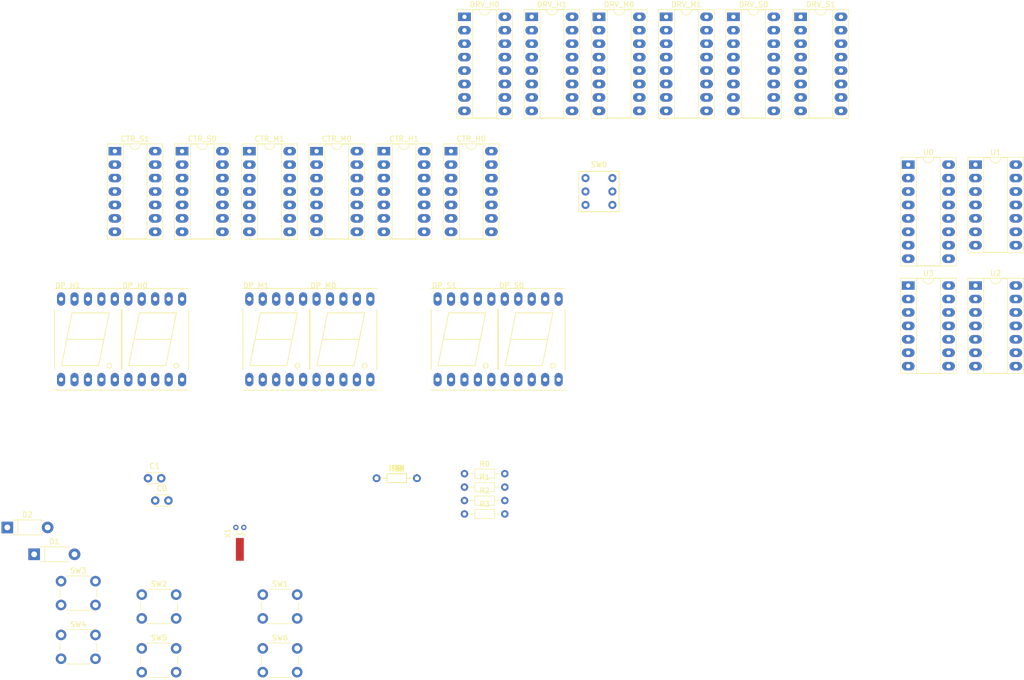
<source format=kicad_pcb>
(kicad_pcb (version 4) (host pcbnew 4.0.5)
  (layers (0 F.Cu signal) (31 B.Cu signal) (34 B.Paste user) (35 F.Paste user) (36 B.SilkS user) (37 F.SilkS user) (38 B.Mask user) (39 F.Mask user) (44 Edge.Cuts user))
  (net 0 "")
  (net 1 "Net-(C1-Pad1)")
  (net 2 GND)
  (net 3 HRST)
  (net 4 VCC)
  (net 5 TSET)
  (net 6 1Hz)
  (net 7 1/10Hz)
  (net 8 1/60Hz)
  (net 9 1/600Hz)
  (net 10 1/3600Hz)
  (net 11 1/36000Hz)
  (net 12 "Net-(U1-Pad8)")
  (net 13 "Net-(C0-Pad1)")
  (net 14 "Net-(CTR_H0-Pad1)")
  (net 15 "Net-(CTR_H0-Pad8)")
  (net 16 "Net-(CTR_H0-Pad2)")
  (net 17 "Net-(CTR_H0-Pad11)")
  (net 18 "Net-(CTR_H0-Pad10)")
  (net 19 "Net-(CTR_H1-Pad8)")
  (net 20 "Net-(CTR_H1-Pad9)")
  (net 21 "Net-(CTR_H1-Pad10)")
  (net 22 "Net-(CTR_H1-Pad11)")
  (net 23 "Net-(CTR_H1-Pad12)")
  (net 24 "Net-(CTR_M0-Pad1)")
  (net 25 "Net-(CTR_M0-Pad8)")
  (net 26 "Net-(CTR_M0-Pad2)")
  (net 27 "Net-(CTR_M0-Pad11)")
  (net 28 "Net-(CTR_M0-Pad10)")
  (net 29 "Net-(CTR_M1-Pad2)")
  (net 30 "Net-(CTR_M1-Pad9)")
  (net 31 "Net-(CTR_M1-Pad11)")
  (net 32 "Net-(CTR_M1-Pad10)")
  (net 33 "Net-(CTR_M1-Pad12)")
  (net 34 "Net-(CTR_S0-Pad1)")
  (net 35 "Net-(CTR_S0-Pad8)")
  (net 36 "Net-(CTR_S0-Pad2)")
  (net 37 "Net-(CTR_S0-Pad11)")
  (net 38 "Net-(CTR_S0-Pad10)")
  (net 39 "Net-(CTR_S1-Pad2)")
  (net 40 "Net-(CTR_S1-Pad9)")
  (net 41 "Net-(CTR_S1-Pad11)")
  (net 42 "Net-(CTR_S1-Pad10)")
  (net 43 "Net-(CTR_S1-Pad12)")
  (net 44 "Net-(DP_H0-Pad1)")
  (net 45 "Net-(DP_H0-Pad2)")
  (net 46 "Net-(DP_H0-Pad4)")
  (net 47 "Net-(DP_H0-Pad5)")
  (net 48 "Net-(DP_H0-Pad6)")
  (net 49 "Net-(DP_H0-Pad7)")
  (net 50 "Net-(DP_H0-Pad8)")
  (net 51 "Net-(DP_H0-Pad9)")
  (net 52 "Net-(DP_H0-Pad10)")
  (net 53 "Net-(DP_H1-Pad1)")
  (net 54 "Net-(DP_H1-Pad2)")
  (net 55 "Net-(DP_H1-Pad4)")
  (net 56 "Net-(DP_H1-Pad5)")
  (net 57 "Net-(DP_H1-Pad6)")
  (net 58 "Net-(DP_H1-Pad7)")
  (net 59 "Net-(DP_H1-Pad8)")
  (net 60 "Net-(DP_H1-Pad9)")
  (net 61 "Net-(DP_H1-Pad10)")
  (net 62 "Net-(DP_M0-Pad1)")
  (net 63 "Net-(DP_M0-Pad2)")
  (net 64 "Net-(DP_M0-Pad4)")
  (net 65 "Net-(DP_M0-Pad5)")
  (net 66 "Net-(DP_M0-Pad6)")
  (net 67 "Net-(DP_M0-Pad7)")
  (net 68 "Net-(DP_M0-Pad8)")
  (net 69 "Net-(DP_M0-Pad9)")
  (net 70 "Net-(DP_M0-Pad10)")
  (net 71 "Net-(DP_M1-Pad1)")
  (net 72 "Net-(DP_M1-Pad2)")
  (net 73 "Net-(DP_M1-Pad4)")
  (net 74 "Net-(DP_M1-Pad5)")
  (net 75 "Net-(DP_M1-Pad6)")
  (net 76 "Net-(DP_M1-Pad7)")
  (net 77 "Net-(DP_M1-Pad8)")
  (net 78 "Net-(DP_M1-Pad9)")
  (net 79 "Net-(DP_M1-Pad10)")
  (net 80 "Net-(DP_S0-Pad1)")
  (net 81 "Net-(DP_S0-Pad2)")
  (net 82 "Net-(DP_S0-Pad4)")
  (net 83 "Net-(DP_S0-Pad5)")
  (net 84 "Net-(DP_S0-Pad6)")
  (net 85 "Net-(DP_S0-Pad7)")
  (net 86 "Net-(DP_S0-Pad8)")
  (net 87 "Net-(DP_S0-Pad9)")
  (net 88 "Net-(DP_S0-Pad10)")
  (net 89 "Net-(DP_S1-Pad1)")
  (net 90 "Net-(DP_S1-Pad2)")
  (net 91 "Net-(DP_S1-Pad4)")
  (net 92 "Net-(DP_S1-Pad5)")
  (net 93 "Net-(DP_S1-Pad6)")
  (net 94 "Net-(DP_S1-Pad7)")
  (net 95 "Net-(DP_S1-Pad8)")
  (net 96 "Net-(DP_S1-Pad9)")
  (net 97 "Net-(DP_S1-Pad10)")
  (net 98 "Net-(DRV_H0-Pad9)")
  (net 99 "Net-(DRV_H0-Pad10)")
  (net 100 "Net-(DRV_H0-Pad3)")
  (net 101 "Net-(DRV_H0-Pad11)")
  (net 102 "Net-(DRV_H0-Pad12)")
  (net 103 "Net-(DRV_H0-Pad13)")
  (net 104 "Net-(DRV_H0-Pad14)")
  (net 105 "Net-(DRV_H0-Pad15)")
  (net 106 "Net-(DRV_H1-Pad9)")
  (net 107 "Net-(DRV_H1-Pad10)")
  (net 108 "Net-(DRV_H1-Pad3)")
  (net 109 "Net-(DRV_H1-Pad11)")
  (net 110 "Net-(DRV_H1-Pad12)")
  (net 111 "Net-(DRV_H1-Pad13)")
  (net 112 "Net-(DRV_H1-Pad14)")
  (net 113 "Net-(DRV_H1-Pad15)")
  (net 114 "Net-(DRV_M0-Pad9)")
  (net 115 "Net-(DRV_M0-Pad10)")
  (net 116 "Net-(DRV_M0-Pad3)")
  (net 117 "Net-(DRV_M0-Pad11)")
  (net 118 "Net-(DRV_M0-Pad12)")
  (net 119 "Net-(DRV_M0-Pad13)")
  (net 120 "Net-(DRV_M0-Pad14)")
  (net 121 "Net-(DRV_M0-Pad15)")
  (net 122 "Net-(DRV_M1-Pad9)")
  (net 123 "Net-(DRV_M1-Pad10)")
  (net 124 "Net-(DRV_M1-Pad3)")
  (net 125 "Net-(DRV_M1-Pad11)")
  (net 126 "Net-(DRV_M1-Pad12)")
  (net 127 "Net-(DRV_M1-Pad13)")
  (net 128 "Net-(DRV_M1-Pad14)")
  (net 129 "Net-(DRV_M1-Pad15)")
  (net 130 "Net-(DRV_S0-Pad9)")
  (net 131 "Net-(DRV_S0-Pad10)")
  (net 132 "Net-(DRV_S0-Pad3)")
  (net 133 "Net-(DRV_S0-Pad11)")
  (net 134 "Net-(DRV_S0-Pad12)")
  (net 135 "Net-(DRV_S0-Pad13)")
  (net 136 "Net-(DRV_S0-Pad14)")
  (net 137 "Net-(DRV_S0-Pad15)")
  (net 138 "Net-(DRV_S1-Pad9)")
  (net 139 "Net-(DRV_S1-Pad10)")
  (net 140 "Net-(DRV_S1-Pad3)")
  (net 141 "Net-(DRV_S1-Pad11)")
  (net 142 "Net-(DRV_S1-Pad12)")
  (net 143 "Net-(DRV_S1-Pad13)")
  (net 144 "Net-(DRV_S1-Pad14)")
  (net 145 "Net-(DRV_S1-Pad15)")
  (net 146 "Net-(R0-Pad2)")
  (net 147 "Net-(SW0-Pad5)")
  (net 148 "Net-(U0-Pad1)")
  (net 149 "Net-(U0-Pad9)")
  (net 150 "Net-(U0-Pad2)")
  (net 151 "Net-(U0-Pad3)")
  (net 152 "Net-(U0-Pad4)")
  (net 153 "Net-(U0-Pad5)")
  (net 154 "Net-(U0-Pad13)")
  (net 155 "Net-(U0-Pad6)")
  (net 156 "Net-(U0-Pad14)")
  (net 157 "Net-(U0-Pad7)")
  (net 158 "Net-(U0-Pad15)")
  (module Capacitors_THT:C_Disc_D3.0mm_W2.0mm_P2.50mm (layer F.Cu) (at 48.26 142.24)
    (fp_text reference C0 (at 1.25 -2.31) (layer F.SilkS))
    (fp_text value 10p)
    (pad 1 thru_hole circle (at 0 0) (size 1.6 1.6) (drill 0.8) (layers *.Cu *.Mask) (net 13 "Net-(C0-Pad1)"))
    (pad 2 thru_hole circle (at 2.5 0) (size 1.6 1.6) (drill 0.8) (layers *.Cu *.Mask) (net 2 GND))
  )
  (module Capacitors_THT:C_Disc_D3.0mm_W2.0mm_P2.50mm (layer F.Cu) (at 46.9011 138.0236)
    (fp_text reference C1 (at 1.25 -2.31) (layer F.SilkS))
    (fp_text value 22p)
    (pad 1 thru_hole circle (at 0 0) (size 1.6 1.6) (drill 0.8) (layers *.Cu *.Mask) (net 1 "Net-(C1-Pad1)"))
    (pad 2 thru_hole circle (at 2.5 0) (size 1.6 1.6) (drill 0.8) (layers *.Cu *.Mask) (net 2 GND))
  )
  (module Housings_DIP:DIP-14_W7.62mm_Socket_LongPads (layer F.Cu) (at 104.14 76.2)
    (fp_text reference CTR_H0 (at 3.81 -2.33) (layer F.SilkS))
    (fp_text value 74LS93)
    (pad 1 thru_hole rect (at 0 0) (size 2.4 1.6) (drill 0.8) (layers *.Cu *.Mask) (net 14 "Net-(CTR_H0-Pad1)"))
    (pad 8 thru_hole oval (at 7.62 15.24) (size 2.4 1.6) (drill 0.8) (layers *.Cu *.Mask) (net 15 "Net-(CTR_H0-Pad8)"))
    (pad 2 thru_hole oval (at 0 2.54) (size 2.4 1.6) (drill 0.8) (layers *.Cu *.Mask) (net 16 "Net-(CTR_H0-Pad2)"))
    (pad 9 thru_hole oval (at 7.62 12.7) (size 2.4 1.6) (drill 0.8) (layers *.Cu *.Mask) (net 16 "Net-(CTR_H0-Pad2)"))
    (pad 3 thru_hole oval (at 0 5.08) (size 2.4 1.6) (drill 0.8) (layers *.Cu *.Mask) (net 17 "Net-(CTR_H0-Pad11)"))
    (pad 10 thru_hole oval (at 7.62 10.16) (size 2.4 1.6) (drill 0.8) (layers *.Cu *.Mask) (net 18 "Net-(CTR_H0-Pad10)"))
    (pad 4 thru_hole oval (at 0 7.62) (size 2.4 1.6) (drill 0.8) (layers *.Cu *.Mask))
    (pad 11 thru_hole oval (at 7.62 7.62) (size 2.4 1.6) (drill 0.8) (layers *.Cu *.Mask) (net 17 "Net-(CTR_H0-Pad11)"))
    (pad 5 thru_hole oval (at 0 10.16) (size 2.4 1.6) (drill 0.8) (layers *.Cu *.Mask) (net 4 VCC))
    (pad 12 thru_hole oval (at 7.62 5.08) (size 2.4 1.6) (drill 0.8) (layers *.Cu *.Mask) (net 14 "Net-(CTR_H0-Pad1)"))
    (pad 6 thru_hole oval (at 0 12.7) (size 2.4 1.6) (drill 0.8) (layers *.Cu *.Mask))
    (pad 13 thru_hole oval (at 7.62 2.54) (size 2.4 1.6) (drill 0.8) (layers *.Cu *.Mask))
    (pad 7 thru_hole oval (at 0 15.24) (size 2.4 1.6) (drill 0.8) (layers *.Cu *.Mask))
    (pad 14 thru_hole oval (at 7.62 0) (size 2.4 1.6) (drill 0.8) (layers *.Cu *.Mask) (net 10 1/3600Hz))
  )
  (module Housings_DIP:DIP-14_W7.62mm_Socket_LongPads (layer F.Cu) (at 91.44 76.2)
    (fp_text reference CTR_H1 (at 3.81 -2.33) (layer F.SilkS))
    (fp_text value 74LS93)
    (pad 1 thru_hole rect (at 0 0) (size 2.4 1.6) (drill 0.8) (layers *.Cu *.Mask) (net 11 1/36000Hz))
    (pad 8 thru_hole oval (at 7.62 15.24) (size 2.4 1.6) (drill 0.8) (layers *.Cu *.Mask) (net 19 "Net-(CTR_H1-Pad8)"))
    (pad 2 thru_hole oval (at 0 2.54) (size 2.4 1.6) (drill 0.8) (layers *.Cu *.Mask) (net 3 HRST))
    (pad 9 thru_hole oval (at 7.62 12.7) (size 2.4 1.6) (drill 0.8) (layers *.Cu *.Mask) (net 20 "Net-(CTR_H1-Pad9)"))
    (pad 3 thru_hole oval (at 0 5.08) (size 2.4 1.6) (drill 0.8) (layers *.Cu *.Mask) (net 3 HRST))
    (pad 10 thru_hole oval (at 7.62 10.16) (size 2.4 1.6) (drill 0.8) (layers *.Cu *.Mask) (net 21 "Net-(CTR_H1-Pad10)"))
    (pad 4 thru_hole oval (at 0 7.62) (size 2.4 1.6) (drill 0.8) (layers *.Cu *.Mask))
    (pad 11 thru_hole oval (at 7.62 7.62) (size 2.4 1.6) (drill 0.8) (layers *.Cu *.Mask) (net 22 "Net-(CTR_H1-Pad11)"))
    (pad 5 thru_hole oval (at 0 10.16) (size 2.4 1.6) (drill 0.8) (layers *.Cu *.Mask) (net 4 VCC))
    (pad 12 thru_hole oval (at 7.62 5.08) (size 2.4 1.6) (drill 0.8) (layers *.Cu *.Mask) (net 23 "Net-(CTR_H1-Pad12)"))
    (pad 6 thru_hole oval (at 0 12.7) (size 2.4 1.6) (drill 0.8) (layers *.Cu *.Mask))
    (pad 13 thru_hole oval (at 7.62 2.54) (size 2.4 1.6) (drill 0.8) (layers *.Cu *.Mask))
    (pad 7 thru_hole oval (at 0 15.24) (size 2.4 1.6) (drill 0.8) (layers *.Cu *.Mask))
    (pad 14 thru_hole oval (at 7.62 0) (size 2.4 1.6) (drill 0.8) (layers *.Cu *.Mask) (net 2 GND))
  )
  (module Housings_DIP:DIP-14_W7.62mm_Socket_LongPads (layer F.Cu) (at 78.74 76.2)
    (fp_text reference CTR_M0 (at 3.81 -2.33) (layer F.SilkS))
    (fp_text value 74LS93)
    (pad 1 thru_hole rect (at 0 0) (size 2.4 1.6) (drill 0.8) (layers *.Cu *.Mask) (net 24 "Net-(CTR_M0-Pad1)"))
    (pad 8 thru_hole oval (at 7.62 15.24) (size 2.4 1.6) (drill 0.8) (layers *.Cu *.Mask) (net 25 "Net-(CTR_M0-Pad8)"))
    (pad 2 thru_hole oval (at 0 2.54) (size 2.4 1.6) (drill 0.8) (layers *.Cu *.Mask) (net 26 "Net-(CTR_M0-Pad2)"))
    (pad 9 thru_hole oval (at 7.62 12.7) (size 2.4 1.6) (drill 0.8) (layers *.Cu *.Mask) (net 26 "Net-(CTR_M0-Pad2)"))
    (pad 3 thru_hole oval (at 0 5.08) (size 2.4 1.6) (drill 0.8) (layers *.Cu *.Mask) (net 27 "Net-(CTR_M0-Pad11)"))
    (pad 10 thru_hole oval (at 7.62 10.16) (size 2.4 1.6) (drill 0.8) (layers *.Cu *.Mask) (net 28 "Net-(CTR_M0-Pad10)"))
    (pad 4 thru_hole oval (at 0 7.62) (size 2.4 1.6) (drill 0.8) (layers *.Cu *.Mask))
    (pad 11 thru_hole oval (at 7.62 7.62) (size 2.4 1.6) (drill 0.8) (layers *.Cu *.Mask) (net 27 "Net-(CTR_M0-Pad11)"))
    (pad 5 thru_hole oval (at 0 10.16) (size 2.4 1.6) (drill 0.8) (layers *.Cu *.Mask) (net 4 VCC))
    (pad 12 thru_hole oval (at 7.62 5.08) (size 2.4 1.6) (drill 0.8) (layers *.Cu *.Mask) (net 24 "Net-(CTR_M0-Pad1)"))
    (pad 6 thru_hole oval (at 0 12.7) (size 2.4 1.6) (drill 0.8) (layers *.Cu *.Mask))
    (pad 13 thru_hole oval (at 7.62 2.54) (size 2.4 1.6) (drill 0.8) (layers *.Cu *.Mask))
    (pad 7 thru_hole oval (at 0 15.24) (size 2.4 1.6) (drill 0.8) (layers *.Cu *.Mask))
    (pad 14 thru_hole oval (at 7.62 0) (size 2.4 1.6) (drill 0.8) (layers *.Cu *.Mask) (net 8 1/60Hz))
  )
  (module Housings_DIP:DIP-14_W7.62mm_Socket_LongPads (layer F.Cu) (at 66.04 76.2)
    (fp_text reference CTR_M1 (at 3.81 -2.33) (layer F.SilkS))
    (fp_text value 74LS93)
    (pad 1 thru_hole rect (at 0 0) (size 2.4 1.6) (drill 0.8) (layers *.Cu *.Mask) (net 9 1/600Hz))
    (pad 8 thru_hole oval (at 7.62 15.24) (size 2.4 1.6) (drill 0.8) (layers *.Cu *.Mask) (net 29 "Net-(CTR_M1-Pad2)"))
    (pad 2 thru_hole oval (at 0 2.54) (size 2.4 1.6) (drill 0.8) (layers *.Cu *.Mask) (net 29 "Net-(CTR_M1-Pad2)"))
    (pad 9 thru_hole oval (at 7.62 12.7) (size 2.4 1.6) (drill 0.8) (layers *.Cu *.Mask) (net 30 "Net-(CTR_M1-Pad9)"))
    (pad 3 thru_hole oval (at 0 5.08) (size 2.4 1.6) (drill 0.8) (layers *.Cu *.Mask) (net 31 "Net-(CTR_M1-Pad11)"))
    (pad 10 thru_hole oval (at 7.62 10.16) (size 2.4 1.6) (drill 0.8) (layers *.Cu *.Mask) (net 32 "Net-(CTR_M1-Pad10)"))
    (pad 4 thru_hole oval (at 0 7.62) (size 2.4 1.6) (drill 0.8) (layers *.Cu *.Mask))
    (pad 11 thru_hole oval (at 7.62 7.62) (size 2.4 1.6) (drill 0.8) (layers *.Cu *.Mask) (net 31 "Net-(CTR_M1-Pad11)"))
    (pad 5 thru_hole oval (at 0 10.16) (size 2.4 1.6) (drill 0.8) (layers *.Cu *.Mask) (net 4 VCC))
    (pad 12 thru_hole oval (at 7.62 5.08) (size 2.4 1.6) (drill 0.8) (layers *.Cu *.Mask) (net 33 "Net-(CTR_M1-Pad12)"))
    (pad 6 thru_hole oval (at 0 12.7) (size 2.4 1.6) (drill 0.8) (layers *.Cu *.Mask))
    (pad 13 thru_hole oval (at 7.62 2.54) (size 2.4 1.6) (drill 0.8) (layers *.Cu *.Mask))
    (pad 7 thru_hole oval (at 0 15.24) (size 2.4 1.6) (drill 0.8) (layers *.Cu *.Mask))
    (pad 14 thru_hole oval (at 7.62 0) (size 2.4 1.6) (drill 0.8) (layers *.Cu *.Mask) (net 2 GND))
  )
  (module Housings_DIP:DIP-14_W7.62mm_Socket_LongPads (layer F.Cu) (at 53.34 76.2)
    (fp_text reference CTR_S0 (at 3.81 -2.33) (layer F.SilkS))
    (fp_text value 74LS93)
    (pad 1 thru_hole rect (at 0 0) (size 2.4 1.6) (drill 0.8) (layers *.Cu *.Mask) (net 34 "Net-(CTR_S0-Pad1)"))
    (pad 8 thru_hole oval (at 7.62 15.24) (size 2.4 1.6) (drill 0.8) (layers *.Cu *.Mask) (net 35 "Net-(CTR_S0-Pad8)"))
    (pad 2 thru_hole oval (at 0 2.54) (size 2.4 1.6) (drill 0.8) (layers *.Cu *.Mask) (net 36 "Net-(CTR_S0-Pad2)"))
    (pad 9 thru_hole oval (at 7.62 12.7) (size 2.4 1.6) (drill 0.8) (layers *.Cu *.Mask) (net 36 "Net-(CTR_S0-Pad2)"))
    (pad 3 thru_hole oval (at 0 5.08) (size 2.4 1.6) (drill 0.8) (layers *.Cu *.Mask) (net 37 "Net-(CTR_S0-Pad11)"))
    (pad 10 thru_hole oval (at 7.62 10.16) (size 2.4 1.6) (drill 0.8) (layers *.Cu *.Mask) (net 38 "Net-(CTR_S0-Pad10)"))
    (pad 4 thru_hole oval (at 0 7.62) (size 2.4 1.6) (drill 0.8) (layers *.Cu *.Mask))
    (pad 11 thru_hole oval (at 7.62 7.62) (size 2.4 1.6) (drill 0.8) (layers *.Cu *.Mask) (net 37 "Net-(CTR_S0-Pad11)"))
    (pad 5 thru_hole oval (at 0 10.16) (size 2.4 1.6) (drill 0.8) (layers *.Cu *.Mask) (net 4 VCC))
    (pad 12 thru_hole oval (at 7.62 5.08) (size 2.4 1.6) (drill 0.8) (layers *.Cu *.Mask) (net 34 "Net-(CTR_S0-Pad1)"))
    (pad 6 thru_hole oval (at 0 12.7) (size 2.4 1.6) (drill 0.8) (layers *.Cu *.Mask))
    (pad 13 thru_hole oval (at 7.62 2.54) (size 2.4 1.6) (drill 0.8) (layers *.Cu *.Mask))
    (pad 7 thru_hole oval (at 0 15.24) (size 2.4 1.6) (drill 0.8) (layers *.Cu *.Mask))
    (pad 14 thru_hole oval (at 7.62 0) (size 2.4 1.6) (drill 0.8) (layers *.Cu *.Mask) (net 6 1Hz))
  )
  (module Housings_DIP:DIP-14_W7.62mm_Socket_LongPads (layer F.Cu) (at 40.64 76.2)
    (fp_text reference CTR_S1 (at 3.81 -2.33) (layer F.SilkS))
    (fp_text value 74LS93)
    (pad 1 thru_hole rect (at 0 0) (size 2.4 1.6) (drill 0.8) (layers *.Cu *.Mask) (net 7 1/10Hz))
    (pad 8 thru_hole oval (at 7.62 15.24) (size 2.4 1.6) (drill 0.8) (layers *.Cu *.Mask) (net 39 "Net-(CTR_S1-Pad2)"))
    (pad 2 thru_hole oval (at 0 2.54) (size 2.4 1.6) (drill 0.8) (layers *.Cu *.Mask) (net 39 "Net-(CTR_S1-Pad2)"))
    (pad 9 thru_hole oval (at 7.62 12.7) (size 2.4 1.6) (drill 0.8) (layers *.Cu *.Mask) (net 40 "Net-(CTR_S1-Pad9)"))
    (pad 3 thru_hole oval (at 0 5.08) (size 2.4 1.6) (drill 0.8) (layers *.Cu *.Mask) (net 41 "Net-(CTR_S1-Pad11)"))
    (pad 10 thru_hole oval (at 7.62 10.16) (size 2.4 1.6) (drill 0.8) (layers *.Cu *.Mask) (net 42 "Net-(CTR_S1-Pad10)"))
    (pad 4 thru_hole oval (at 0 7.62) (size 2.4 1.6) (drill 0.8) (layers *.Cu *.Mask))
    (pad 11 thru_hole oval (at 7.62 7.62) (size 2.4 1.6) (drill 0.8) (layers *.Cu *.Mask) (net 41 "Net-(CTR_S1-Pad11)"))
    (pad 5 thru_hole oval (at 0 10.16) (size 2.4 1.6) (drill 0.8) (layers *.Cu *.Mask) (net 4 VCC))
    (pad 12 thru_hole oval (at 7.62 5.08) (size 2.4 1.6) (drill 0.8) (layers *.Cu *.Mask) (net 43 "Net-(CTR_S1-Pad12)"))
    (pad 6 thru_hole oval (at 0 12.7) (size 2.4 1.6) (drill 0.8) (layers *.Cu *.Mask))
    (pad 13 thru_hole oval (at 7.62 2.54) (size 2.4 1.6) (drill 0.8) (layers *.Cu *.Mask))
    (pad 7 thru_hole oval (at 0 15.24) (size 2.4 1.6) (drill 0.8) (layers *.Cu *.Mask))
    (pad 14 thru_hole oval (at 7.62 0) (size 2.4 1.6) (drill 0.8) (layers *.Cu *.Mask) (net 2 GND))
  )
  (module Diodes_THT:D_DO-41_SOD81_P7.62mm_Horizontal (layer F.Cu) (at 25.4 152.4)
    (fp_text reference D1 (at 3.81 -2.41) (layer F.SilkS))
    (fp_text value D)
    (pad 1 thru_hole rect (at 0 0) (size 2.2 2.2) (drill 1.1) (layers *.Cu *.Mask) (net 17 "Net-(CTR_H0-Pad11)"))
    (pad 2 thru_hole oval (at 7.62 0) (size 2.2 2.2) (drill 1.1) (layers *.Cu *.Mask) (net 3 HRST))
  )
  (module Diodes_THT:D_DO-41_SOD81_P7.62mm_Horizontal (layer F.Cu) (at 20.32 147.32)
    (fp_text reference D2 (at 3.81 -2.41) (layer F.SilkS))
    (fp_text value D)
    (pad 1 thru_hole rect (at 0 0) (size 2.2 2.2) (drill 1.1) (layers *.Cu *.Mask) (net 16 "Net-(CTR_H0-Pad2)"))
    (pad 2 thru_hole oval (at 7.62 0) (size 2.2 2.2) (drill 1.1) (layers *.Cu *.Mask) (net 3 HRST))
  )
  (module Displays_7-Segment:7SegmentLED_LTS6760_LTS6780 (layer F.Cu) (at 48.26 111.76)
    (fp_text reference DP_H0 (at -3.81 -10.16) (layer F.SilkS))
    (fp_text value 7SEGMENTS)
    (pad 1 thru_hole oval (at -5.08 7.62) (size 1.524 2.524) (drill 0.8) (layers *.Cu *.Mask) (net 44 "Net-(DP_H0-Pad1)"))
    (pad 2 thru_hole oval (at -2.54 7.62) (size 1.524 2.524) (drill 0.8) (layers *.Cu *.Mask) (net 45 "Net-(DP_H0-Pad2)"))
    (pad 3 thru_hole oval (at 0 7.62) (size 1.524 2.524) (drill 0.8) (layers *.Cu *.Mask) (net 4 VCC))
    (pad 4 thru_hole oval (at 2.54 7.62) (size 1.524 2.524) (drill 0.8) (layers *.Cu *.Mask) (net 46 "Net-(DP_H0-Pad4)"))
    (pad 5 thru_hole oval (at 5.08 7.62) (size 1.524 2.524) (drill 0.8) (layers *.Cu *.Mask) (net 47 "Net-(DP_H0-Pad5)"))
    (pad 6 thru_hole oval (at 5.08 -7.62) (size 1.524 2.524) (drill 0.8) (layers *.Cu *.Mask) (net 48 "Net-(DP_H0-Pad6)"))
    (pad 7 thru_hole oval (at 2.54 -7.62) (size 1.524 2.524) (drill 0.8) (layers *.Cu *.Mask) (net 49 "Net-(DP_H0-Pad7)"))
    (pad 8 thru_hole oval (at 0 -7.62) (size 1.524 2.524) (drill 0.8) (layers *.Cu *.Mask) (net 50 "Net-(DP_H0-Pad8)"))
    (pad 9 thru_hole oval (at -2.54 -7.62) (size 1.524 2.524) (drill 0.8) (layers *.Cu *.Mask) (net 51 "Net-(DP_H0-Pad9)"))
    (pad 10 thru_hole oval (at -5.08 -7.62) (size 1.524 2.524) (drill 0.8) (layers *.Cu *.Mask) (net 52 "Net-(DP_H0-Pad10)"))
  )
  (module Displays_7-Segment:7SegmentLED_LTS6760_LTS6780 (layer F.Cu) (at 35.56 111.76)
    (fp_text reference DP_H1 (at -3.81 -10.16) (layer F.SilkS))
    (fp_text value 7SEGMENTS)
    (pad 1 thru_hole oval (at -5.08 7.62) (size 1.524 2.524) (drill 0.8) (layers *.Cu *.Mask) (net 53 "Net-(DP_H1-Pad1)"))
    (pad 2 thru_hole oval (at -2.54 7.62) (size 1.524 2.524) (drill 0.8) (layers *.Cu *.Mask) (net 54 "Net-(DP_H1-Pad2)"))
    (pad 3 thru_hole oval (at 0 7.62) (size 1.524 2.524) (drill 0.8) (layers *.Cu *.Mask) (net 4 VCC))
    (pad 4 thru_hole oval (at 2.54 7.62) (size 1.524 2.524) (drill 0.8) (layers *.Cu *.Mask) (net 55 "Net-(DP_H1-Pad4)"))
    (pad 5 thru_hole oval (at 5.08 7.62) (size 1.524 2.524) (drill 0.8) (layers *.Cu *.Mask) (net 56 "Net-(DP_H1-Pad5)"))
    (pad 6 thru_hole oval (at 5.08 -7.62) (size 1.524 2.524) (drill 0.8) (layers *.Cu *.Mask) (net 57 "Net-(DP_H1-Pad6)"))
    (pad 7 thru_hole oval (at 2.54 -7.62) (size 1.524 2.524) (drill 0.8) (layers *.Cu *.Mask) (net 58 "Net-(DP_H1-Pad7)"))
    (pad 8 thru_hole oval (at 0 -7.62) (size 1.524 2.524) (drill 0.8) (layers *.Cu *.Mask) (net 59 "Net-(DP_H1-Pad8)"))
    (pad 9 thru_hole oval (at -2.54 -7.62) (size 1.524 2.524) (drill 0.8) (layers *.Cu *.Mask) (net 60 "Net-(DP_H1-Pad9)"))
    (pad 10 thru_hole oval (at -5.08 -7.62) (size 1.524 2.524) (drill 0.8) (layers *.Cu *.Mask) (net 61 "Net-(DP_H1-Pad10)"))
  )
  (module Displays_7-Segment:7SegmentLED_LTS6760_LTS6780 (layer F.Cu) (at 83.82 111.76)
    (fp_text reference DP_M0 (at -3.81 -10.16) (layer F.SilkS))
    (fp_text value 7SEGMENTS)
    (pad 1 thru_hole oval (at -5.08 7.62) (size 1.524 2.524) (drill 0.8) (layers *.Cu *.Mask) (net 62 "Net-(DP_M0-Pad1)"))
    (pad 2 thru_hole oval (at -2.54 7.62) (size 1.524 2.524) (drill 0.8) (layers *.Cu *.Mask) (net 63 "Net-(DP_M0-Pad2)"))
    (pad 3 thru_hole oval (at 0 7.62) (size 1.524 2.524) (drill 0.8) (layers *.Cu *.Mask) (net 4 VCC))
    (pad 4 thru_hole oval (at 2.54 7.62) (size 1.524 2.524) (drill 0.8) (layers *.Cu *.Mask) (net 64 "Net-(DP_M0-Pad4)"))
    (pad 5 thru_hole oval (at 5.08 7.62) (size 1.524 2.524) (drill 0.8) (layers *.Cu *.Mask) (net 65 "Net-(DP_M0-Pad5)"))
    (pad 6 thru_hole oval (at 5.08 -7.62) (size 1.524 2.524) (drill 0.8) (layers *.Cu *.Mask) (net 66 "Net-(DP_M0-Pad6)"))
    (pad 7 thru_hole oval (at 2.54 -7.62) (size 1.524 2.524) (drill 0.8) (layers *.Cu *.Mask) (net 67 "Net-(DP_M0-Pad7)"))
    (pad 8 thru_hole oval (at 0 -7.62) (size 1.524 2.524) (drill 0.8) (layers *.Cu *.Mask) (net 68 "Net-(DP_M0-Pad8)"))
    (pad 9 thru_hole oval (at -2.54 -7.62) (size 1.524 2.524) (drill 0.8) (layers *.Cu *.Mask) (net 69 "Net-(DP_M0-Pad9)"))
    (pad 10 thru_hole oval (at -5.08 -7.62) (size 1.524 2.524) (drill 0.8) (layers *.Cu *.Mask) (net 70 "Net-(DP_M0-Pad10)"))
  )
  (module Displays_7-Segment:7SegmentLED_LTS6760_LTS6780 (layer F.Cu) (at 71.12 111.76)
    (fp_text reference DP_M1 (at -3.81 -10.16) (layer F.SilkS))
    (fp_text value 7SEGMENTS)
    (pad 1 thru_hole oval (at -5.08 7.62) (size 1.524 2.524) (drill 0.8) (layers *.Cu *.Mask) (net 71 "Net-(DP_M1-Pad1)"))
    (pad 2 thru_hole oval (at -2.54 7.62) (size 1.524 2.524) (drill 0.8) (layers *.Cu *.Mask) (net 72 "Net-(DP_M1-Pad2)"))
    (pad 3 thru_hole oval (at 0 7.62) (size 1.524 2.524) (drill 0.8) (layers *.Cu *.Mask) (net 4 VCC))
    (pad 4 thru_hole oval (at 2.54 7.62) (size 1.524 2.524) (drill 0.8) (layers *.Cu *.Mask) (net 73 "Net-(DP_M1-Pad4)"))
    (pad 5 thru_hole oval (at 5.08 7.62) (size 1.524 2.524) (drill 0.8) (layers *.Cu *.Mask) (net 74 "Net-(DP_M1-Pad5)"))
    (pad 6 thru_hole oval (at 5.08 -7.62) (size 1.524 2.524) (drill 0.8) (layers *.Cu *.Mask) (net 75 "Net-(DP_M1-Pad6)"))
    (pad 7 thru_hole oval (at 2.54 -7.62) (size 1.524 2.524) (drill 0.8) (layers *.Cu *.Mask) (net 76 "Net-(DP_M1-Pad7)"))
    (pad 8 thru_hole oval (at 0 -7.62) (size 1.524 2.524) (drill 0.8) (layers *.Cu *.Mask) (net 77 "Net-(DP_M1-Pad8)"))
    (pad 9 thru_hole oval (at -2.54 -7.62) (size 1.524 2.524) (drill 0.8) (layers *.Cu *.Mask) (net 78 "Net-(DP_M1-Pad9)"))
    (pad 10 thru_hole oval (at -5.08 -7.62) (size 1.524 2.524) (drill 0.8) (layers *.Cu *.Mask) (net 79 "Net-(DP_M1-Pad10)"))
  )
  (module Displays_7-Segment:7SegmentLED_LTS6760_LTS6780 (layer F.Cu) (at 119.38 111.76)
    (fp_text reference DP_S0 (at -3.81 -10.16) (layer F.SilkS))
    (fp_text value 7SEGMENTS)
    (pad 1 thru_hole oval (at -5.08 7.62) (size 1.524 2.524) (drill 0.8) (layers *.Cu *.Mask) (net 80 "Net-(DP_S0-Pad1)"))
    (pad 2 thru_hole oval (at -2.54 7.62) (size 1.524 2.524) (drill 0.8) (layers *.Cu *.Mask) (net 81 "Net-(DP_S0-Pad2)"))
    (pad 3 thru_hole oval (at 0 7.62) (size 1.524 2.524) (drill 0.8) (layers *.Cu *.Mask) (net 4 VCC))
    (pad 4 thru_hole oval (at 2.54 7.62) (size 1.524 2.524) (drill 0.8) (layers *.Cu *.Mask) (net 82 "Net-(DP_S0-Pad4)"))
    (pad 5 thru_hole oval (at 5.08 7.62) (size 1.524 2.524) (drill 0.8) (layers *.Cu *.Mask) (net 83 "Net-(DP_S0-Pad5)"))
    (pad 6 thru_hole oval (at 5.08 -7.62) (size 1.524 2.524) (drill 0.8) (layers *.Cu *.Mask) (net 84 "Net-(DP_S0-Pad6)"))
    (pad 7 thru_hole oval (at 2.54 -7.62) (size 1.524 2.524) (drill 0.8) (layers *.Cu *.Mask) (net 85 "Net-(DP_S0-Pad7)"))
    (pad 8 thru_hole oval (at 0 -7.62) (size 1.524 2.524) (drill 0.8) (layers *.Cu *.Mask) (net 86 "Net-(DP_S0-Pad8)"))
    (pad 9 thru_hole oval (at -2.54 -7.62) (size 1.524 2.524) (drill 0.8) (layers *.Cu *.Mask) (net 87 "Net-(DP_S0-Pad9)"))
    (pad 10 thru_hole oval (at -5.08 -7.62) (size 1.524 2.524) (drill 0.8) (layers *.Cu *.Mask) (net 88 "Net-(DP_S0-Pad10)"))
  )
  (module Displays_7-Segment:7SegmentLED_LTS6760_LTS6780 (layer F.Cu) (at 106.68 111.76)
    (fp_text reference DP_S1 (at -3.81 -10.16) (layer F.SilkS))
    (fp_text value 7SEGMENTS)
    (pad 1 thru_hole oval (at -5.08 7.62) (size 1.524 2.524) (drill 0.8) (layers *.Cu *.Mask) (net 89 "Net-(DP_S1-Pad1)"))
    (pad 2 thru_hole oval (at -2.54 7.62) (size 1.524 2.524) (drill 0.8) (layers *.Cu *.Mask) (net 90 "Net-(DP_S1-Pad2)"))
    (pad 3 thru_hole oval (at 0 7.62) (size 1.524 2.524) (drill 0.8) (layers *.Cu *.Mask) (net 4 VCC))
    (pad 4 thru_hole oval (at 2.54 7.62) (size 1.524 2.524) (drill 0.8) (layers *.Cu *.Mask) (net 91 "Net-(DP_S1-Pad4)"))
    (pad 5 thru_hole oval (at 5.08 7.62) (size 1.524 2.524) (drill 0.8) (layers *.Cu *.Mask) (net 92 "Net-(DP_S1-Pad5)"))
    (pad 6 thru_hole oval (at 5.08 -7.62) (size 1.524 2.524) (drill 0.8) (layers *.Cu *.Mask) (net 93 "Net-(DP_S1-Pad6)"))
    (pad 7 thru_hole oval (at 2.54 -7.62) (size 1.524 2.524) (drill 0.8) (layers *.Cu *.Mask) (net 94 "Net-(DP_S1-Pad7)"))
    (pad 8 thru_hole oval (at 0 -7.62) (size 1.524 2.524) (drill 0.8) (layers *.Cu *.Mask) (net 95 "Net-(DP_S1-Pad8)"))
    (pad 9 thru_hole oval (at -2.54 -7.62) (size 1.524 2.524) (drill 0.8) (layers *.Cu *.Mask) (net 96 "Net-(DP_S1-Pad9)"))
    (pad 10 thru_hole oval (at -5.08 -7.62) (size 1.524 2.524) (drill 0.8) (layers *.Cu *.Mask) (net 97 "Net-(DP_S1-Pad10)"))
  )
  (module Housings_DIP:DIP-16_W7.62mm_Socket_LongPads (layer F.Cu) (at 106.68 50.8)
    (fp_text reference DRV_H0 (at 3.81 -2.33) (layer F.SilkS))
    (fp_text value 74LS47)
    (pad 1 thru_hole rect (at 0 0) (size 2.4 1.6) (drill 0.8) (layers *.Cu *.Mask) (net 16 "Net-(CTR_H0-Pad2)"))
    (pad 9 thru_hole oval (at 7.62 17.78) (size 2.4 1.6) (drill 0.8) (layers *.Cu *.Mask) (net 98 "Net-(DRV_H0-Pad9)"))
    (pad 2 thru_hole oval (at 0 2.54) (size 2.4 1.6) (drill 0.8) (layers *.Cu *.Mask) (net 15 "Net-(CTR_H0-Pad8)"))
    (pad 10 thru_hole oval (at 7.62 15.24) (size 2.4 1.6) (drill 0.8) (layers *.Cu *.Mask) (net 99 "Net-(DRV_H0-Pad10)"))
    (pad 3 thru_hole oval (at 0 5.08) (size 2.4 1.6) (drill 0.8) (layers *.Cu *.Mask) (net 100 "Net-(DRV_H0-Pad3)"))
    (pad 11 thru_hole oval (at 7.62 12.7) (size 2.4 1.6) (drill 0.8) (layers *.Cu *.Mask) (net 101 "Net-(DRV_H0-Pad11)"))
    (pad 4 thru_hole oval (at 0 7.62) (size 2.4 1.6) (drill 0.8) (layers *.Cu *.Mask) (net 100 "Net-(DRV_H0-Pad3)"))
    (pad 12 thru_hole oval (at 7.62 10.16) (size 2.4 1.6) (drill 0.8) (layers *.Cu *.Mask) (net 102 "Net-(DRV_H0-Pad12)"))
    (pad 5 thru_hole oval (at 0 10.16) (size 2.4 1.6) (drill 0.8) (layers *.Cu *.Mask) (net 100 "Net-(DRV_H0-Pad3)"))
    (pad 13 thru_hole oval (at 7.62 7.62) (size 2.4 1.6) (drill 0.8) (layers *.Cu *.Mask) (net 103 "Net-(DRV_H0-Pad13)"))
    (pad 6 thru_hole oval (at 0 12.7) (size 2.4 1.6) (drill 0.8) (layers *.Cu *.Mask) (net 17 "Net-(CTR_H0-Pad11)"))
    (pad 14 thru_hole oval (at 7.62 5.08) (size 2.4 1.6) (drill 0.8) (layers *.Cu *.Mask) (net 104 "Net-(DRV_H0-Pad14)"))
    (pad 7 thru_hole oval (at 0 15.24) (size 2.4 1.6) (drill 0.8) (layers *.Cu *.Mask) (net 14 "Net-(CTR_H0-Pad1)"))
    (pad 15 thru_hole oval (at 7.62 2.54) (size 2.4 1.6) (drill 0.8) (layers *.Cu *.Mask) (net 105 "Net-(DRV_H0-Pad15)"))
    (pad 8 thru_hole oval (at 0 17.78) (size 2.4 1.6) (drill 0.8) (layers *.Cu *.Mask) (net 2 GND))
    (pad 16 thru_hole oval (at 7.62 0) (size 2.4 1.6) (drill 0.8) (layers *.Cu *.Mask) (net 4 VCC))
  )
  (module Housings_DIP:DIP-16_W7.62mm_Socket_LongPads (layer F.Cu) (at 119.38 50.8)
    (fp_text reference DRV_H1 (at 3.81 -2.33) (layer F.SilkS))
    (fp_text value 74LS47)
    (pad 1 thru_hole rect (at 0 0) (size 2.4 1.6) (drill 0.8) (layers *.Cu *.Mask) (net 19 "Net-(CTR_H1-Pad8)"))
    (pad 9 thru_hole oval (at 7.62 17.78) (size 2.4 1.6) (drill 0.8) (layers *.Cu *.Mask) (net 106 "Net-(DRV_H1-Pad9)"))
    (pad 2 thru_hole oval (at 0 2.54) (size 2.4 1.6) (drill 0.8) (layers *.Cu *.Mask) (net 2 GND))
    (pad 10 thru_hole oval (at 7.62 15.24) (size 2.4 1.6) (drill 0.8) (layers *.Cu *.Mask) (net 107 "Net-(DRV_H1-Pad10)"))
    (pad 3 thru_hole oval (at 0 5.08) (size 2.4 1.6) (drill 0.8) (layers *.Cu *.Mask) (net 108 "Net-(DRV_H1-Pad3)"))
    (pad 11 thru_hole oval (at 7.62 12.7) (size 2.4 1.6) (drill 0.8) (layers *.Cu *.Mask) (net 109 "Net-(DRV_H1-Pad11)"))
    (pad 4 thru_hole oval (at 0 7.62) (size 2.4 1.6) (drill 0.8) (layers *.Cu *.Mask) (net 108 "Net-(DRV_H1-Pad3)"))
    (pad 12 thru_hole oval (at 7.62 10.16) (size 2.4 1.6) (drill 0.8) (layers *.Cu *.Mask) (net 110 "Net-(DRV_H1-Pad12)"))
    (pad 5 thru_hole oval (at 0 10.16) (size 2.4 1.6) (drill 0.8) (layers *.Cu *.Mask) (net 108 "Net-(DRV_H1-Pad3)"))
    (pad 13 thru_hole oval (at 7.62 7.62) (size 2.4 1.6) (drill 0.8) (layers *.Cu *.Mask) (net 111 "Net-(DRV_H1-Pad13)"))
    (pad 6 thru_hole oval (at 0 12.7) (size 2.4 1.6) (drill 0.8) (layers *.Cu *.Mask) (net 2 GND))
    (pad 14 thru_hole oval (at 7.62 5.08) (size 2.4 1.6) (drill 0.8) (layers *.Cu *.Mask) (net 112 "Net-(DRV_H1-Pad14)"))
    (pad 7 thru_hole oval (at 0 15.24) (size 2.4 1.6) (drill 0.8) (layers *.Cu *.Mask) (net 20 "Net-(CTR_H1-Pad9)"))
    (pad 15 thru_hole oval (at 7.62 2.54) (size 2.4 1.6) (drill 0.8) (layers *.Cu *.Mask) (net 113 "Net-(DRV_H1-Pad15)"))
    (pad 8 thru_hole oval (at 0 17.78) (size 2.4 1.6) (drill 0.8) (layers *.Cu *.Mask) (net 2 GND))
    (pad 16 thru_hole oval (at 7.62 0) (size 2.4 1.6) (drill 0.8) (layers *.Cu *.Mask) (net 4 VCC))
  )
  (module Housings_DIP:DIP-16_W7.62mm_Socket_LongPads (layer F.Cu) (at 132.08 50.8)
    (fp_text reference DRV_M0 (at 3.81 -2.33) (layer F.SilkS))
    (fp_text value 74LS47)
    (pad 1 thru_hole rect (at 0 0) (size 2.4 1.6) (drill 0.8) (layers *.Cu *.Mask) (net 26 "Net-(CTR_M0-Pad2)"))
    (pad 9 thru_hole oval (at 7.62 17.78) (size 2.4 1.6) (drill 0.8) (layers *.Cu *.Mask) (net 114 "Net-(DRV_M0-Pad9)"))
    (pad 2 thru_hole oval (at 0 2.54) (size 2.4 1.6) (drill 0.8) (layers *.Cu *.Mask) (net 25 "Net-(CTR_M0-Pad8)"))
    (pad 10 thru_hole oval (at 7.62 15.24) (size 2.4 1.6) (drill 0.8) (layers *.Cu *.Mask) (net 115 "Net-(DRV_M0-Pad10)"))
    (pad 3 thru_hole oval (at 0 5.08) (size 2.4 1.6) (drill 0.8) (layers *.Cu *.Mask) (net 116 "Net-(DRV_M0-Pad3)"))
    (pad 11 thru_hole oval (at 7.62 12.7) (size 2.4 1.6) (drill 0.8) (layers *.Cu *.Mask) (net 117 "Net-(DRV_M0-Pad11)"))
    (pad 4 thru_hole oval (at 0 7.62) (size 2.4 1.6) (drill 0.8) (layers *.Cu *.Mask) (net 116 "Net-(DRV_M0-Pad3)"))
    (pad 12 thru_hole oval (at 7.62 10.16) (size 2.4 1.6) (drill 0.8) (layers *.Cu *.Mask) (net 118 "Net-(DRV_M0-Pad12)"))
    (pad 5 thru_hole oval (at 0 10.16) (size 2.4 1.6) (drill 0.8) (layers *.Cu *.Mask) (net 116 "Net-(DRV_M0-Pad3)"))
    (pad 13 thru_hole oval (at 7.62 7.62) (size 2.4 1.6) (drill 0.8) (layers *.Cu *.Mask) (net 119 "Net-(DRV_M0-Pad13)"))
    (pad 6 thru_hole oval (at 0 12.7) (size 2.4 1.6) (drill 0.8) (layers *.Cu *.Mask) (net 27 "Net-(CTR_M0-Pad11)"))
    (pad 14 thru_hole oval (at 7.62 5.08) (size 2.4 1.6) (drill 0.8) (layers *.Cu *.Mask) (net 120 "Net-(DRV_M0-Pad14)"))
    (pad 7 thru_hole oval (at 0 15.24) (size 2.4 1.6) (drill 0.8) (layers *.Cu *.Mask) (net 24 "Net-(CTR_M0-Pad1)"))
    (pad 15 thru_hole oval (at 7.62 2.54) (size 2.4 1.6) (drill 0.8) (layers *.Cu *.Mask) (net 121 "Net-(DRV_M0-Pad15)"))
    (pad 8 thru_hole oval (at 0 17.78) (size 2.4 1.6) (drill 0.8) (layers *.Cu *.Mask) (net 2 GND))
    (pad 16 thru_hole oval (at 7.62 0) (size 2.4 1.6) (drill 0.8) (layers *.Cu *.Mask) (net 4 VCC))
  )
  (module Housings_DIP:DIP-16_W7.62mm_Socket_LongPads (layer F.Cu) (at 144.78 50.8)
    (fp_text reference DRV_M1 (at 3.81 -2.33) (layer F.SilkS))
    (fp_text value 74LS47)
    (pad 1 thru_hole rect (at 0 0) (size 2.4 1.6) (drill 0.8) (layers *.Cu *.Mask) (net 29 "Net-(CTR_M1-Pad2)"))
    (pad 9 thru_hole oval (at 7.62 17.78) (size 2.4 1.6) (drill 0.8) (layers *.Cu *.Mask) (net 122 "Net-(DRV_M1-Pad9)"))
    (pad 2 thru_hole oval (at 0 2.54) (size 2.4 1.6) (drill 0.8) (layers *.Cu *.Mask) (net 31 "Net-(CTR_M1-Pad11)"))
    (pad 10 thru_hole oval (at 7.62 15.24) (size 2.4 1.6) (drill 0.8) (layers *.Cu *.Mask) (net 123 "Net-(DRV_M1-Pad10)"))
    (pad 3 thru_hole oval (at 0 5.08) (size 2.4 1.6) (drill 0.8) (layers *.Cu *.Mask) (net 124 "Net-(DRV_M1-Pad3)"))
    (pad 11 thru_hole oval (at 7.62 12.7) (size 2.4 1.6) (drill 0.8) (layers *.Cu *.Mask) (net 125 "Net-(DRV_M1-Pad11)"))
    (pad 4 thru_hole oval (at 0 7.62) (size 2.4 1.6) (drill 0.8) (layers *.Cu *.Mask) (net 124 "Net-(DRV_M1-Pad3)"))
    (pad 12 thru_hole oval (at 7.62 10.16) (size 2.4 1.6) (drill 0.8) (layers *.Cu *.Mask) (net 126 "Net-(DRV_M1-Pad12)"))
    (pad 5 thru_hole oval (at 0 10.16) (size 2.4 1.6) (drill 0.8) (layers *.Cu *.Mask) (net 124 "Net-(DRV_M1-Pad3)"))
    (pad 13 thru_hole oval (at 7.62 7.62) (size 2.4 1.6) (drill 0.8) (layers *.Cu *.Mask) (net 127 "Net-(DRV_M1-Pad13)"))
    (pad 6 thru_hole oval (at 0 12.7) (size 2.4 1.6) (drill 0.8) (layers *.Cu *.Mask) (net 2 GND))
    (pad 14 thru_hole oval (at 7.62 5.08) (size 2.4 1.6) (drill 0.8) (layers *.Cu *.Mask) (net 128 "Net-(DRV_M1-Pad14)"))
    (pad 7 thru_hole oval (at 0 15.24) (size 2.4 1.6) (drill 0.8) (layers *.Cu *.Mask) (net 30 "Net-(CTR_M1-Pad9)"))
    (pad 15 thru_hole oval (at 7.62 2.54) (size 2.4 1.6) (drill 0.8) (layers *.Cu *.Mask) (net 129 "Net-(DRV_M1-Pad15)"))
    (pad 8 thru_hole oval (at 0 17.78) (size 2.4 1.6) (drill 0.8) (layers *.Cu *.Mask) (net 2 GND))
    (pad 16 thru_hole oval (at 7.62 0) (size 2.4 1.6) (drill 0.8) (layers *.Cu *.Mask) (net 4 VCC))
  )
  (module Housings_DIP:DIP-16_W7.62mm_Socket_LongPads (layer F.Cu) (at 157.48 50.8)
    (fp_text reference DRV_S0 (at 3.81 -2.33) (layer F.SilkS))
    (fp_text value 74LS47)
    (pad 1 thru_hole rect (at 0 0) (size 2.4 1.6) (drill 0.8) (layers *.Cu *.Mask) (net 36 "Net-(CTR_S0-Pad2)"))
    (pad 9 thru_hole oval (at 7.62 17.78) (size 2.4 1.6) (drill 0.8) (layers *.Cu *.Mask) (net 130 "Net-(DRV_S0-Pad9)"))
    (pad 2 thru_hole oval (at 0 2.54) (size 2.4 1.6) (drill 0.8) (layers *.Cu *.Mask) (net 35 "Net-(CTR_S0-Pad8)"))
    (pad 10 thru_hole oval (at 7.62 15.24) (size 2.4 1.6) (drill 0.8) (layers *.Cu *.Mask) (net 131 "Net-(DRV_S0-Pad10)"))
    (pad 3 thru_hole oval (at 0 5.08) (size 2.4 1.6) (drill 0.8) (layers *.Cu *.Mask) (net 132 "Net-(DRV_S0-Pad3)"))
    (pad 11 thru_hole oval (at 7.62 12.7) (size 2.4 1.6) (drill 0.8) (layers *.Cu *.Mask) (net 133 "Net-(DRV_S0-Pad11)"))
    (pad 4 thru_hole oval (at 0 7.62) (size 2.4 1.6) (drill 0.8) (layers *.Cu *.Mask) (net 132 "Net-(DRV_S0-Pad3)"))
    (pad 12 thru_hole oval (at 7.62 10.16) (size 2.4 1.6) (drill 0.8) (layers *.Cu *.Mask) (net 134 "Net-(DRV_S0-Pad12)"))
    (pad 5 thru_hole oval (at 0 10.16) (size 2.4 1.6) (drill 0.8) (layers *.Cu *.Mask) (net 132 "Net-(DRV_S0-Pad3)"))
    (pad 13 thru_hole oval (at 7.62 7.62) (size 2.4 1.6) (drill 0.8) (layers *.Cu *.Mask) (net 135 "Net-(DRV_S0-Pad13)"))
    (pad 6 thru_hole oval (at 0 12.7) (size 2.4 1.6) (drill 0.8) (layers *.Cu *.Mask) (net 37 "Net-(CTR_S0-Pad11)"))
    (pad 14 thru_hole oval (at 7.62 5.08) (size 2.4 1.6) (drill 0.8) (layers *.Cu *.Mask) (net 136 "Net-(DRV_S0-Pad14)"))
    (pad 7 thru_hole oval (at 0 15.24) (size 2.4 1.6) (drill 0.8) (layers *.Cu *.Mask) (net 34 "Net-(CTR_S0-Pad1)"))
    (pad 15 thru_hole oval (at 7.62 2.54) (size 2.4 1.6) (drill 0.8) (layers *.Cu *.Mask) (net 137 "Net-(DRV_S0-Pad15)"))
    (pad 8 thru_hole oval (at 0 17.78) (size 2.4 1.6) (drill 0.8) (layers *.Cu *.Mask) (net 2 GND))
    (pad 16 thru_hole oval (at 7.62 0) (size 2.4 1.6) (drill 0.8) (layers *.Cu *.Mask) (net 4 VCC))
  )
  (module Housings_DIP:DIP-16_W7.62mm_Socket_LongPads (layer F.Cu) (at 170.18 50.8)
    (fp_text reference DRV_S1 (at 3.81 -2.33) (layer F.SilkS))
    (fp_text value 74LS47)
    (pad 1 thru_hole rect (at 0 0) (size 2.4 1.6) (drill 0.8) (layers *.Cu *.Mask) (net 39 "Net-(CTR_S1-Pad2)"))
    (pad 9 thru_hole oval (at 7.62 17.78) (size 2.4 1.6) (drill 0.8) (layers *.Cu *.Mask) (net 138 "Net-(DRV_S1-Pad9)"))
    (pad 2 thru_hole oval (at 0 2.54) (size 2.4 1.6) (drill 0.8) (layers *.Cu *.Mask) (net 41 "Net-(CTR_S1-Pad11)"))
    (pad 10 thru_hole oval (at 7.62 15.24) (size 2.4 1.6) (drill 0.8) (layers *.Cu *.Mask) (net 139 "Net-(DRV_S1-Pad10)"))
    (pad 3 thru_hole oval (at 0 5.08) (size 2.4 1.6) (drill 0.8) (layers *.Cu *.Mask) (net 140 "Net-(DRV_S1-Pad3)"))
    (pad 11 thru_hole oval (at 7.62 12.7) (size 2.4 1.6) (drill 0.8) (layers *.Cu *.Mask) (net 141 "Net-(DRV_S1-Pad11)"))
    (pad 4 thru_hole oval (at 0 7.62) (size 2.4 1.6) (drill 0.8) (layers *.Cu *.Mask) (net 140 "Net-(DRV_S1-Pad3)"))
    (pad 12 thru_hole oval (at 7.62 10.16) (size 2.4 1.6) (drill 0.8) (layers *.Cu *.Mask) (net 142 "Net-(DRV_S1-Pad12)"))
    (pad 5 thru_hole oval (at 0 10.16) (size 2.4 1.6) (drill 0.8) (layers *.Cu *.Mask) (net 140 "Net-(DRV_S1-Pad3)"))
    (pad 13 thru_hole oval (at 7.62 7.62) (size 2.4 1.6) (drill 0.8) (layers *.Cu *.Mask) (net 143 "Net-(DRV_S1-Pad13)"))
    (pad 6 thru_hole oval (at 0 12.7) (size 2.4 1.6) (drill 0.8) (layers *.Cu *.Mask) (net 2 GND))
    (pad 14 thru_hole oval (at 7.62 5.08) (size 2.4 1.6) (drill 0.8) (layers *.Cu *.Mask) (net 144 "Net-(DRV_S1-Pad14)"))
    (pad 7 thru_hole oval (at 0 15.24) (size 2.4 1.6) (drill 0.8) (layers *.Cu *.Mask) (net 40 "Net-(CTR_S1-Pad9)"))
    (pad 15 thru_hole oval (at 7.62 2.54) (size 2.4 1.6) (drill 0.8) (layers *.Cu *.Mask) (net 145 "Net-(DRV_S1-Pad15)"))
    (pad 8 thru_hole oval (at 0 17.78) (size 2.4 1.6) (drill 0.8) (layers *.Cu *.Mask) (net 2 GND))
    (pad 16 thru_hole oval (at 7.62 0) (size 2.4 1.6) (drill 0.8) (layers *.Cu *.Mask) (net 4 VCC))
  )
  (module Resistors_THT:R_Axial_DIN0204_L3.6mm_D1.6mm_P7.62mm_Horizontal (layer F.Cu) (at 106.68 137.16)
    (fp_text reference R0 (at 3.81 -1.86) (layer F.SilkS))
    (fp_text value 10M)
    (pad 1 thru_hole circle (at 0 0) (size 1.4 1.4) (drill 0.7) (layers *.Cu *.Mask) (net 1 "Net-(C1-Pad1)"))
    (pad 2 thru_hole oval (at 7.62 0) (size 1.4 1.4) (drill 0.7) (layers *.Cu *.Mask) (net 146 "Net-(R0-Pad2)"))
  )
  (module Resistors_THT:R_Axial_DIN0204_L3.6mm_D1.6mm_P7.62mm_Horizontal (layer F.Cu) (at 106.68 139.7)
    (fp_text reference R1 (at 3.81 -1.86) (layer F.SilkS))
    (fp_text value 470k)
    (pad 1 thru_hole circle (at 0 0) (size 1.4 1.4) (drill 0.7) (layers *.Cu *.Mask) (net 146 "Net-(R0-Pad2)"))
    (pad 2 thru_hole oval (at 7.62 0) (size 1.4 1.4) (drill 0.7) (layers *.Cu *.Mask) (net 13 "Net-(C0-Pad1)"))
  )
  (module Resistors_THT:R_Axial_DIN0204_L3.6mm_D1.6mm_P7.62mm_Horizontal (layer F.Cu) (at 106.68 142.24)
    (fp_text reference R2 (at 3.81 -1.86) (layer F.SilkS))
    (fp_text value 10k)
    (pad 1 thru_hole circle (at 0 0) (size 1.4 1.4) (drill 0.7) (layers *.Cu *.Mask) (net 5 TSET))
    (pad 2 thru_hole oval (at 7.62 0) (size 1.4 1.4) (drill 0.7) (layers *.Cu *.Mask) (net 2 GND))
  )
  (module Resistors_THT:R_Axial_DIN0204_L3.6mm_D1.6mm_P7.62mm_Horizontal (layer F.Cu) (at 106.68 144.78)
    (fp_text reference R3 (at 3.81 -1.86) (layer F.SilkS))
    (fp_text value 10k)
    (pad 1 thru_hole circle (at 0 0) (size 1.4 1.4) (drill 0.7) (layers *.Cu *.Mask) (net 2 GND))
    (pad 2 thru_hole oval (at 7.62 0) (size 1.4 1.4) (drill 0.7) (layers *.Cu *.Mask) (net 6 1Hz))
  )
  (module Resistors_THT:R_Axial_DIN0204_L3.6mm_D1.6mm_P7.62mm_Horizontal (layer F.Cu) (at 90.0811 138.0236)
    (fp_text reference R4 (at 3.81 -1.86) (layer F.SilkS))
    (fp_text value 10k)
    (pad 1 thru_hole circle (at 0 0) (size 1.4 1.4) (drill 0.7) (layers *.Cu *.Mask) (net 2 GND))
    (pad 2 thru_hole oval (at 7.62 0) (size 1.4 1.4) (drill 0.7) (layers *.Cu *.Mask) (net 7 1/10Hz))
  )
  (module Resistors_THT:R_Axial_DIN0204_L3.6mm_D1.6mm_P7.62mm_Horizontal (layer F.Cu) (at 90.0811 138.0236)
    (fp_text reference R5 (at 3.81 -1.86) (layer F.SilkS))
    (fp_text value 10k)
    (pad 1 thru_hole circle (at 0 0) (size 1.4 1.4) (drill 0.7) (layers *.Cu *.Mask) (net 2 GND))
    (pad 2 thru_hole oval (at 7.62 0) (size 1.4 1.4) (drill 0.7) (layers *.Cu *.Mask) (net 8 1/60Hz))
  )
  (module Resistors_THT:R_Axial_DIN0204_L3.6mm_D1.6mm_P7.62mm_Horizontal (layer F.Cu) (at 90.0811 138.0236)
    (fp_text reference R6 (at 3.81 -1.86) (layer F.SilkS))
    (fp_text value 10k)
    (pad 1 thru_hole circle (at 0 0) (size 1.4 1.4) (drill 0.7) (layers *.Cu *.Mask) (net 2 GND))
    (pad 2 thru_hole oval (at 7.62 0) (size 1.4 1.4) (drill 0.7) (layers *.Cu *.Mask) (net 9 1/600Hz))
  )
  (module Resistors_THT:R_Axial_DIN0204_L3.6mm_D1.6mm_P7.62mm_Horizontal (layer F.Cu) (at 90.0811 138.0236)
    (fp_text reference R7 (at 3.81 -1.86) (layer F.SilkS))
    (fp_text value 10k)
    (pad 1 thru_hole circle (at 0 0) (size 1.4 1.4) (drill 0.7) (layers *.Cu *.Mask) (net 2 GND))
    (pad 2 thru_hole oval (at 7.62 0) (size 1.4 1.4) (drill 0.7) (layers *.Cu *.Mask) (net 10 1/3600Hz))
  )
  (module Resistors_THT:R_Axial_DIN0204_L3.6mm_D1.6mm_P7.62mm_Horizontal (layer F.Cu) (at 90.0811 138.0236)
    (fp_text reference R8 (at 3.81 -1.86) (layer F.SilkS))
    (fp_text value 10k)
    (pad 1 thru_hole circle (at 0 0) (size 1.4 1.4) (drill 0.7) (layers *.Cu *.Mask) (net 2 GND))
    (pad 2 thru_hole oval (at 7.62 0) (size 1.4 1.4) (drill 0.7) (layers *.Cu *.Mask) (net 11 1/36000Hz))
  )
  (module Resistors_THT:R_Axial_DIN0204_L3.6mm_D1.6mm_P7.62mm_Horizontal (layer F.Cu) (at 90.0811 138.0236)
    (fp_text reference R9 (at 3.81 -1.86) (layer F.SilkS))
    (fp_text value 1k)
    (pad 1 thru_hole circle (at 0 0) (size 1.4 1.4) (drill 0.7) (layers *.Cu *.Mask) (net 4 VCC))
    (pad 2 thru_hole oval (at 7.62 0) (size 1.4 1.4) (drill 0.7) (layers *.Cu *.Mask) (net 132 "Net-(DRV_S0-Pad3)"))
  )
  (module Resistors_THT:R_Axial_DIN0204_L3.6mm_D1.6mm_P7.62mm_Horizontal (layer F.Cu) (at 90.0811 138.0236)
    (fp_text reference R10 (at 3.81 -1.86) (layer F.SilkS))
    (fp_text value 1k)
    (pad 1 thru_hole circle (at 0 0) (size 1.4 1.4) (drill 0.7) (layers *.Cu *.Mask) (net 4 VCC))
    (pad 2 thru_hole oval (at 7.62 0) (size 1.4 1.4) (drill 0.7) (layers *.Cu *.Mask) (net 140 "Net-(DRV_S1-Pad3)"))
  )
  (module Resistors_THT:R_Axial_DIN0204_L3.6mm_D1.6mm_P7.62mm_Horizontal (layer F.Cu) (at 90.0811 138.0236)
    (fp_text reference R11 (at 3.81 -1.86) (layer F.SilkS))
    (fp_text value 1k)
    (pad 1 thru_hole circle (at 0 0) (size 1.4 1.4) (drill 0.7) (layers *.Cu *.Mask) (net 4 VCC))
    (pad 2 thru_hole oval (at 7.62 0) (size 1.4 1.4) (drill 0.7) (layers *.Cu *.Mask) (net 116 "Net-(DRV_M0-Pad3)"))
  )
  (module Resistors_THT:R_Axial_DIN0204_L3.6mm_D1.6mm_P7.62mm_Horizontal (layer F.Cu) (at 90.0811 138.0236)
    (fp_text reference R12 (at 3.81 -1.86) (layer F.SilkS))
    (fp_text value 1k)
    (pad 1 thru_hole circle (at 0 0) (size 1.4 1.4) (drill 0.7) (layers *.Cu *.Mask) (net 4 VCC))
    (pad 2 thru_hole oval (at 7.62 0) (size 1.4 1.4) (drill 0.7) (layers *.Cu *.Mask) (net 124 "Net-(DRV_M1-Pad3)"))
  )
  (module Resistors_THT:R_Axial_DIN0204_L3.6mm_D1.6mm_P7.62mm_Horizontal (layer F.Cu) (at 90.0811 138.0236)
    (fp_text reference R13 (at 3.81 -1.86) (layer F.SilkS))
    (fp_text value 1k)
    (pad 1 thru_hole circle (at 0 0) (size 1.4 1.4) (drill 0.7) (layers *.Cu *.Mask) (net 4 VCC))
    (pad 2 thru_hole oval (at 7.62 0) (size 1.4 1.4) (drill 0.7) (layers *.Cu *.Mask) (net 100 "Net-(DRV_H0-Pad3)"))
  )
  (module Resistors_THT:R_Axial_DIN0204_L3.6mm_D1.6mm_P7.62mm_Horizontal (layer F.Cu) (at 90.0811 138.0236)
    (fp_text reference R14 (at 3.81 -1.86) (layer F.SilkS))
    (fp_text value 1k)
    (pad 1 thru_hole circle (at 0 0) (size 1.4 1.4) (drill 0.7) (layers *.Cu *.Mask) (net 4 VCC))
    (pad 2 thru_hole oval (at 7.62 0) (size 1.4 1.4) (drill 0.7) (layers *.Cu *.Mask) (net 108 "Net-(DRV_H1-Pad3)"))
  )
  (module Resistors_THT:R_Axial_DIN0204_L3.6mm_D1.6mm_P7.62mm_Horizontal (layer F.Cu) (at 90.0811 138.0236)
    (fp_text reference R15 (at 3.81 -1.86) (layer F.SilkS))
    (fp_text value 1k)
    (pad 1 thru_hole circle (at 0 0) (size 1.4 1.4) (drill 0.7) (layers *.Cu *.Mask) (net 136 "Net-(DRV_S0-Pad14)"))
    (pad 2 thru_hole oval (at 7.62 0) (size 1.4 1.4) (drill 0.7) (layers *.Cu *.Mask) (net 88 "Net-(DP_S0-Pad10)"))
  )
  (module Resistors_THT:R_Axial_DIN0204_L3.6mm_D1.6mm_P7.62mm_Horizontal (layer F.Cu) (at 90.0811 138.0236)
    (fp_text reference R16 (at 3.81 -1.86) (layer F.SilkS))
    (fp_text value 1k)
    (pad 1 thru_hole circle (at 0 0) (size 1.4 1.4) (drill 0.7) (layers *.Cu *.Mask) (net 137 "Net-(DRV_S0-Pad15)"))
    (pad 2 thru_hole oval (at 7.62 0) (size 1.4 1.4) (drill 0.7) (layers *.Cu *.Mask) (net 87 "Net-(DP_S0-Pad9)"))
  )
  (module Resistors_THT:R_Axial_DIN0204_L3.6mm_D1.6mm_P7.62mm_Horizontal (layer F.Cu) (at 90.0811 138.0236)
    (fp_text reference R17 (at 3.81 -1.86) (layer F.SilkS))
    (fp_text value 1k)
    (pad 1 thru_hole circle (at 0 0) (size 1.4 1.4) (drill 0.7) (layers *.Cu *.Mask) (net 130 "Net-(DRV_S0-Pad9)"))
    (pad 2 thru_hole oval (at 7.62 0) (size 1.4 1.4) (drill 0.7) (layers *.Cu *.Mask) (net 80 "Net-(DP_S0-Pad1)"))
  )
  (module Resistors_THT:R_Axial_DIN0204_L3.6mm_D1.6mm_P7.62mm_Horizontal (layer F.Cu) (at 90.0811 138.0236)
    (fp_text reference R18 (at 3.81 -1.86) (layer F.SilkS))
    (fp_text value 1k)
    (pad 1 thru_hole circle (at 0 0) (size 1.4 1.4) (drill 0.7) (layers *.Cu *.Mask) (net 131 "Net-(DRV_S0-Pad10)"))
    (pad 2 thru_hole oval (at 7.62 0) (size 1.4 1.4) (drill 0.7) (layers *.Cu *.Mask) (net 81 "Net-(DP_S0-Pad2)"))
  )
  (module Resistors_THT:R_Axial_DIN0204_L3.6mm_D1.6mm_P7.62mm_Horizontal (layer F.Cu) (at 90.0811 138.0236)
    (fp_text reference R19 (at 3.81 -1.86) (layer F.SilkS))
    (fp_text value 1k)
    (pad 1 thru_hole circle (at 0 0) (size 1.4 1.4) (drill 0.7) (layers *.Cu *.Mask) (net 133 "Net-(DRV_S0-Pad11)"))
    (pad 2 thru_hole oval (at 7.62 0) (size 1.4 1.4) (drill 0.7) (layers *.Cu *.Mask) (net 82 "Net-(DP_S0-Pad4)"))
  )
  (module Resistors_THT:R_Axial_DIN0204_L3.6mm_D1.6mm_P7.62mm_Horizontal (layer F.Cu) (at 90.0811 138.0236)
    (fp_text reference R20 (at 3.81 -1.86) (layer F.SilkS))
    (fp_text value 1k)
    (pad 1 thru_hole circle (at 0 0) (size 1.4 1.4) (drill 0.7) (layers *.Cu *.Mask) (net 134 "Net-(DRV_S0-Pad12)"))
    (pad 2 thru_hole oval (at 7.62 0) (size 1.4 1.4) (drill 0.7) (layers *.Cu *.Mask) (net 84 "Net-(DP_S0-Pad6)"))
  )
  (module Resistors_THT:R_Axial_DIN0204_L3.6mm_D1.6mm_P7.62mm_Horizontal (layer F.Cu) (at 90.0811 138.0236)
    (fp_text reference R21 (at 3.81 -1.86) (layer F.SilkS))
    (fp_text value 1k)
    (pad 1 thru_hole circle (at 0 0) (size 1.4 1.4) (drill 0.7) (layers *.Cu *.Mask) (net 135 "Net-(DRV_S0-Pad13)"))
    (pad 2 thru_hole oval (at 7.62 0) (size 1.4 1.4) (drill 0.7) (layers *.Cu *.Mask) (net 85 "Net-(DP_S0-Pad7)"))
  )
  (module Resistors_THT:R_Axial_DIN0204_L3.6mm_D1.6mm_P7.62mm_Horizontal (layer F.Cu) (at 90.0811 138.0236)
    (fp_text reference R22 (at 3.81 -1.86) (layer F.SilkS))
    (fp_text value 1k)
    (pad 1 thru_hole circle (at 0 0) (size 1.4 1.4) (drill 0.7) (layers *.Cu *.Mask) (net 144 "Net-(DRV_S1-Pad14)"))
    (pad 2 thru_hole oval (at 7.62 0) (size 1.4 1.4) (drill 0.7) (layers *.Cu *.Mask) (net 97 "Net-(DP_S1-Pad10)"))
  )
  (module Resistors_THT:R_Axial_DIN0204_L3.6mm_D1.6mm_P7.62mm_Horizontal (layer F.Cu) (at 90.0811 138.0236)
    (fp_text reference R23 (at 3.81 -1.86) (layer F.SilkS))
    (fp_text value 1k)
    (pad 1 thru_hole circle (at 0 0) (size 1.4 1.4) (drill 0.7) (layers *.Cu *.Mask) (net 145 "Net-(DRV_S1-Pad15)"))
    (pad 2 thru_hole oval (at 7.62 0) (size 1.4 1.4) (drill 0.7) (layers *.Cu *.Mask) (net 96 "Net-(DP_S1-Pad9)"))
  )
  (module Resistors_THT:R_Axial_DIN0204_L3.6mm_D1.6mm_P7.62mm_Horizontal (layer F.Cu) (at 90.0811 138.0236)
    (fp_text reference R24 (at 3.81 -1.86) (layer F.SilkS))
    (fp_text value 1k)
    (pad 1 thru_hole circle (at 0 0) (size 1.4 1.4) (drill 0.7) (layers *.Cu *.Mask) (net 138 "Net-(DRV_S1-Pad9)"))
    (pad 2 thru_hole oval (at 7.62 0) (size 1.4 1.4) (drill 0.7) (layers *.Cu *.Mask) (net 89 "Net-(DP_S1-Pad1)"))
  )
  (module Resistors_THT:R_Axial_DIN0204_L3.6mm_D1.6mm_P7.62mm_Horizontal (layer F.Cu) (at 90.0811 138.0236)
    (fp_text reference R25 (at 3.81 -1.86) (layer F.SilkS))
    (fp_text value 1k)
    (pad 1 thru_hole circle (at 0 0) (size 1.4 1.4) (drill 0.7) (layers *.Cu *.Mask) (net 139 "Net-(DRV_S1-Pad10)"))
    (pad 2 thru_hole oval (at 7.62 0) (size 1.4 1.4) (drill 0.7) (layers *.Cu *.Mask) (net 90 "Net-(DP_S1-Pad2)"))
  )
  (module Resistors_THT:R_Axial_DIN0204_L3.6mm_D1.6mm_P7.62mm_Horizontal (layer F.Cu) (at 90.0811 138.0236)
    (fp_text reference R26 (at 3.81 -1.86) (layer F.SilkS))
    (fp_text value 1k)
    (pad 1 thru_hole circle (at 0 0) (size 1.4 1.4) (drill 0.7) (layers *.Cu *.Mask) (net 141 "Net-(DRV_S1-Pad11)"))
    (pad 2 thru_hole oval (at 7.62 0) (size 1.4 1.4) (drill 0.7) (layers *.Cu *.Mask) (net 91 "Net-(DP_S1-Pad4)"))
  )
  (module Resistors_THT:R_Axial_DIN0204_L3.6mm_D1.6mm_P7.62mm_Horizontal (layer F.Cu) (at 90.0811 138.0236)
    (fp_text reference R27 (at 3.81 -1.86) (layer F.SilkS))
    (fp_text value 1k)
    (pad 1 thru_hole circle (at 0 0) (size 1.4 1.4) (drill 0.7) (layers *.Cu *.Mask) (net 142 "Net-(DRV_S1-Pad12)"))
    (pad 2 thru_hole oval (at 7.62 0) (size 1.4 1.4) (drill 0.7) (layers *.Cu *.Mask) (net 93 "Net-(DP_S1-Pad6)"))
  )
  (module Resistors_THT:R_Axial_DIN0204_L3.6mm_D1.6mm_P7.62mm_Horizontal (layer F.Cu) (at 90.0811 138.0236)
    (fp_text reference R28 (at 3.81 -1.86) (layer F.SilkS))
    (fp_text value 1k)
    (pad 1 thru_hole circle (at 0 0) (size 1.4 1.4) (drill 0.7) (layers *.Cu *.Mask) (net 143 "Net-(DRV_S1-Pad13)"))
    (pad 2 thru_hole oval (at 7.62 0) (size 1.4 1.4) (drill 0.7) (layers *.Cu *.Mask) (net 94 "Net-(DP_S1-Pad7)"))
  )
  (module Resistors_THT:R_Axial_DIN0204_L3.6mm_D1.6mm_P7.62mm_Horizontal (layer F.Cu) (at 90.0811 138.0236)
    (fp_text reference R29 (at 3.81 -1.86) (layer F.SilkS))
    (fp_text value 1k)
    (pad 1 thru_hole circle (at 0 0) (size 1.4 1.4) (drill 0.7) (layers *.Cu *.Mask) (net 120 "Net-(DRV_M0-Pad14)"))
    (pad 2 thru_hole oval (at 7.62 0) (size 1.4 1.4) (drill 0.7) (layers *.Cu *.Mask) (net 70 "Net-(DP_M0-Pad10)"))
  )
  (module Resistors_THT:R_Axial_DIN0204_L3.6mm_D1.6mm_P7.62mm_Horizontal (layer F.Cu) (at 90.0811 138.0236)
    (fp_text reference R30 (at 3.81 -1.86) (layer F.SilkS))
    (fp_text value 1k)
    (pad 1 thru_hole circle (at 0 0) (size 1.4 1.4) (drill 0.7) (layers *.Cu *.Mask) (net 121 "Net-(DRV_M0-Pad15)"))
    (pad 2 thru_hole oval (at 7.62 0) (size 1.4 1.4) (drill 0.7) (layers *.Cu *.Mask) (net 69 "Net-(DP_M0-Pad9)"))
  )
  (module Resistors_THT:R_Axial_DIN0204_L3.6mm_D1.6mm_P7.62mm_Horizontal (layer F.Cu) (at 90.0811 138.0236)
    (fp_text reference R31 (at 3.81 -1.86) (layer F.SilkS))
    (fp_text value 1k)
    (pad 1 thru_hole circle (at 0 0) (size 1.4 1.4) (drill 0.7) (layers *.Cu *.Mask) (net 114 "Net-(DRV_M0-Pad9)"))
    (pad 2 thru_hole oval (at 7.62 0) (size 1.4 1.4) (drill 0.7) (layers *.Cu *.Mask) (net 62 "Net-(DP_M0-Pad1)"))
  )
  (module Resistors_THT:R_Axial_DIN0204_L3.6mm_D1.6mm_P7.62mm_Horizontal (layer F.Cu) (at 90.0811 138.0236)
    (fp_text reference R32 (at 3.81 -1.86) (layer F.SilkS))
    (fp_text value 1k)
    (pad 1 thru_hole circle (at 0 0) (size 1.4 1.4) (drill 0.7) (layers *.Cu *.Mask) (net 115 "Net-(DRV_M0-Pad10)"))
    (pad 2 thru_hole oval (at 7.62 0) (size 1.4 1.4) (drill 0.7) (layers *.Cu *.Mask) (net 63 "Net-(DP_M0-Pad2)"))
  )
  (module Resistors_THT:R_Axial_DIN0204_L3.6mm_D1.6mm_P7.62mm_Horizontal (layer F.Cu) (at 90.0811 138.0236)
    (fp_text reference R33 (at 3.81 -1.86) (layer F.SilkS))
    (fp_text value 1k)
    (pad 1 thru_hole circle (at 0 0) (size 1.4 1.4) (drill 0.7) (layers *.Cu *.Mask) (net 117 "Net-(DRV_M0-Pad11)"))
    (pad 2 thru_hole oval (at 7.62 0) (size 1.4 1.4) (drill 0.7) (layers *.Cu *.Mask) (net 64 "Net-(DP_M0-Pad4)"))
  )
  (module Resistors_THT:R_Axial_DIN0204_L3.6mm_D1.6mm_P7.62mm_Horizontal (layer F.Cu) (at 90.0811 138.0236)
    (fp_text reference R34 (at 3.81 -1.86) (layer F.SilkS))
    (fp_text value 1k)
    (pad 1 thru_hole circle (at 0 0) (size 1.4 1.4) (drill 0.7) (layers *.Cu *.Mask) (net 118 "Net-(DRV_M0-Pad12)"))
    (pad 2 thru_hole oval (at 7.62 0) (size 1.4 1.4) (drill 0.7) (layers *.Cu *.Mask) (net 66 "Net-(DP_M0-Pad6)"))
  )
  (module Resistors_THT:R_Axial_DIN0204_L3.6mm_D1.6mm_P7.62mm_Horizontal (layer F.Cu) (at 90.0811 138.0236)
    (fp_text reference R35 (at 3.81 -1.86) (layer F.SilkS))
    (fp_text value 1k)
    (pad 1 thru_hole circle (at 0 0) (size 1.4 1.4) (drill 0.7) (layers *.Cu *.Mask) (net 119 "Net-(DRV_M0-Pad13)"))
    (pad 2 thru_hole oval (at 7.62 0) (size 1.4 1.4) (drill 0.7) (layers *.Cu *.Mask) (net 67 "Net-(DP_M0-Pad7)"))
  )
  (module Resistors_THT:R_Axial_DIN0204_L3.6mm_D1.6mm_P7.62mm_Horizontal (layer F.Cu) (at 90.0811 138.0236)
    (fp_text reference R36 (at 3.81 -1.86) (layer F.SilkS))
    (fp_text value 1k)
    (pad 1 thru_hole circle (at 0 0) (size 1.4 1.4) (drill 0.7) (layers *.Cu *.Mask) (net 128 "Net-(DRV_M1-Pad14)"))
    (pad 2 thru_hole oval (at 7.62 0) (size 1.4 1.4) (drill 0.7) (layers *.Cu *.Mask) (net 79 "Net-(DP_M1-Pad10)"))
  )
  (module Resistors_THT:R_Axial_DIN0204_L3.6mm_D1.6mm_P7.62mm_Horizontal (layer F.Cu) (at 90.0811 138.0236)
    (fp_text reference R37 (at 3.81 -1.86) (layer F.SilkS))
    (fp_text value 1k)
    (pad 1 thru_hole circle (at 0 0) (size 1.4 1.4) (drill 0.7) (layers *.Cu *.Mask) (net 129 "Net-(DRV_M1-Pad15)"))
    (pad 2 thru_hole oval (at 7.62 0) (size 1.4 1.4) (drill 0.7) (layers *.Cu *.Mask) (net 78 "Net-(DP_M1-Pad9)"))
  )
  (module Resistors_THT:R_Axial_DIN0204_L3.6mm_D1.6mm_P7.62mm_Horizontal (layer F.Cu) (at 90.0811 138.0236)
    (fp_text reference R38 (at 3.81 -1.86) (layer F.SilkS))
    (fp_text value 1k)
    (pad 1 thru_hole circle (at 0 0) (size 1.4 1.4) (drill 0.7) (layers *.Cu *.Mask) (net 122 "Net-(DRV_M1-Pad9)"))
    (pad 2 thru_hole oval (at 7.62 0) (size 1.4 1.4) (drill 0.7) (layers *.Cu *.Mask) (net 71 "Net-(DP_M1-Pad1)"))
  )
  (module Resistors_THT:R_Axial_DIN0204_L3.6mm_D1.6mm_P7.62mm_Horizontal (layer F.Cu) (at 90.0811 138.0236)
    (fp_text reference R39 (at 3.81 -1.86) (layer F.SilkS))
    (fp_text value 1k)
    (pad 1 thru_hole circle (at 0 0) (size 1.4 1.4) (drill 0.7) (layers *.Cu *.Mask) (net 123 "Net-(DRV_M1-Pad10)"))
    (pad 2 thru_hole oval (at 7.62 0) (size 1.4 1.4) (drill 0.7) (layers *.Cu *.Mask) (net 72 "Net-(DP_M1-Pad2)"))
  )
  (module Resistors_THT:R_Axial_DIN0204_L3.6mm_D1.6mm_P7.62mm_Horizontal (layer F.Cu) (at 90.0811 138.0236)
    (fp_text reference R40 (at 3.81 -1.86) (layer F.SilkS))
    (fp_text value 1k)
    (pad 1 thru_hole circle (at 0 0) (size 1.4 1.4) (drill 0.7) (layers *.Cu *.Mask) (net 125 "Net-(DRV_M1-Pad11)"))
    (pad 2 thru_hole oval (at 7.62 0) (size 1.4 1.4) (drill 0.7) (layers *.Cu *.Mask) (net 73 "Net-(DP_M1-Pad4)"))
  )
  (module Resistors_THT:R_Axial_DIN0204_L3.6mm_D1.6mm_P7.62mm_Horizontal (layer F.Cu) (at 90.0811 138.0236)
    (fp_text reference R41 (at 3.81 -1.86) (layer F.SilkS))
    (fp_text value 1k)
    (pad 1 thru_hole circle (at 0 0) (size 1.4 1.4) (drill 0.7) (layers *.Cu *.Mask) (net 126 "Net-(DRV_M1-Pad12)"))
    (pad 2 thru_hole oval (at 7.62 0) (size 1.4 1.4) (drill 0.7) (layers *.Cu *.Mask) (net 75 "Net-(DP_M1-Pad6)"))
  )
  (module Resistors_THT:R_Axial_DIN0204_L3.6mm_D1.6mm_P7.62mm_Horizontal (layer F.Cu) (at 90.0811 138.0236)
    (fp_text reference R42 (at 3.81 -1.86) (layer F.SilkS))
    (fp_text value 1k)
    (pad 1 thru_hole circle (at 0 0) (size 1.4 1.4) (drill 0.7) (layers *.Cu *.Mask) (net 127 "Net-(DRV_M1-Pad13)"))
    (pad 2 thru_hole oval (at 7.62 0) (size 1.4 1.4) (drill 0.7) (layers *.Cu *.Mask) (net 76 "Net-(DP_M1-Pad7)"))
  )
  (module Resistors_THT:R_Axial_DIN0204_L3.6mm_D1.6mm_P7.62mm_Horizontal (layer F.Cu) (at 90.0811 138.0236)
    (fp_text reference R43 (at 3.81 -1.86) (layer F.SilkS))
    (fp_text value 1k)
    (pad 1 thru_hole circle (at 0 0) (size 1.4 1.4) (drill 0.7) (layers *.Cu *.Mask) (net 104 "Net-(DRV_H0-Pad14)"))
    (pad 2 thru_hole oval (at 7.62 0) (size 1.4 1.4) (drill 0.7) (layers *.Cu *.Mask) (net 52 "Net-(DP_H0-Pad10)"))
  )
  (module Resistors_THT:R_Axial_DIN0204_L3.6mm_D1.6mm_P7.62mm_Horizontal (layer F.Cu) (at 90.0811 138.0236)
    (fp_text reference R44 (at 3.81 -1.86) (layer F.SilkS))
    (fp_text value 1k)
    (pad 1 thru_hole circle (at 0 0) (size 1.4 1.4) (drill 0.7) (layers *.Cu *.Mask) (net 105 "Net-(DRV_H0-Pad15)"))
    (pad 2 thru_hole oval (at 7.62 0) (size 1.4 1.4) (drill 0.7) (layers *.Cu *.Mask) (net 51 "Net-(DP_H0-Pad9)"))
  )
  (module Resistors_THT:R_Axial_DIN0204_L3.6mm_D1.6mm_P7.62mm_Horizontal (layer F.Cu) (at 90.0811 138.0236)
    (fp_text reference R45 (at 3.81 -1.86) (layer F.SilkS))
    (fp_text value 1k)
    (pad 1 thru_hole circle (at 0 0) (size 1.4 1.4) (drill 0.7) (layers *.Cu *.Mask) (net 98 "Net-(DRV_H0-Pad9)"))
    (pad 2 thru_hole oval (at 7.62 0) (size 1.4 1.4) (drill 0.7) (layers *.Cu *.Mask) (net 44 "Net-(DP_H0-Pad1)"))
  )
  (module Resistors_THT:R_Axial_DIN0204_L3.6mm_D1.6mm_P7.62mm_Horizontal (layer F.Cu) (at 90.0811 138.0236)
    (fp_text reference R46 (at 3.81 -1.86) (layer F.SilkS))
    (fp_text value 1k)
    (pad 1 thru_hole circle (at 0 0) (size 1.4 1.4) (drill 0.7) (layers *.Cu *.Mask) (net 99 "Net-(DRV_H0-Pad10)"))
    (pad 2 thru_hole oval (at 7.62 0) (size 1.4 1.4) (drill 0.7) (layers *.Cu *.Mask) (net 45 "Net-(DP_H0-Pad2)"))
  )
  (module Resistors_THT:R_Axial_DIN0204_L3.6mm_D1.6mm_P7.62mm_Horizontal (layer F.Cu) (at 90.0811 138.0236)
    (fp_text reference R47 (at 3.81 -1.86) (layer F.SilkS))
    (fp_text value 1k)
    (pad 1 thru_hole circle (at 0 0) (size 1.4 1.4) (drill 0.7) (layers *.Cu *.Mask) (net 101 "Net-(DRV_H0-Pad11)"))
    (pad 2 thru_hole oval (at 7.62 0) (size 1.4 1.4) (drill 0.7) (layers *.Cu *.Mask) (net 46 "Net-(DP_H0-Pad4)"))
  )
  (module Resistors_THT:R_Axial_DIN0204_L3.6mm_D1.6mm_P7.62mm_Horizontal (layer F.Cu) (at 90.0811 138.0236)
    (fp_text reference R48 (at 3.81 -1.86) (layer F.SilkS))
    (fp_text value 1k)
    (pad 1 thru_hole circle (at 0 0) (size 1.4 1.4) (drill 0.7) (layers *.Cu *.Mask) (net 102 "Net-(DRV_H0-Pad12)"))
    (pad 2 thru_hole oval (at 7.62 0) (size 1.4 1.4) (drill 0.7) (layers *.Cu *.Mask) (net 48 "Net-(DP_H0-Pad6)"))
  )
  (module Resistors_THT:R_Axial_DIN0204_L3.6mm_D1.6mm_P7.62mm_Horizontal (layer F.Cu) (at 90.0811 138.0236)
    (fp_text reference R49 (at 3.81 -1.86) (layer F.SilkS))
    (fp_text value 1k)
    (pad 1 thru_hole circle (at 0 0) (size 1.4 1.4) (drill 0.7) (layers *.Cu *.Mask) (net 103 "Net-(DRV_H0-Pad13)"))
    (pad 2 thru_hole oval (at 7.62 0) (size 1.4 1.4) (drill 0.7) (layers *.Cu *.Mask) (net 49 "Net-(DP_H0-Pad7)"))
  )
  (module Resistors_THT:R_Axial_DIN0204_L3.6mm_D1.6mm_P7.62mm_Horizontal (layer F.Cu) (at 90.0811 138.0236)
    (fp_text reference R50 (at 3.81 -1.86) (layer F.SilkS))
    (fp_text value 1k)
    (pad 1 thru_hole circle (at 0 0) (size 1.4 1.4) (drill 0.7) (layers *.Cu *.Mask) (net 112 "Net-(DRV_H1-Pad14)"))
    (pad 2 thru_hole oval (at 7.62 0) (size 1.4 1.4) (drill 0.7) (layers *.Cu *.Mask) (net 61 "Net-(DP_H1-Pad10)"))
  )
  (module Resistors_THT:R_Axial_DIN0204_L3.6mm_D1.6mm_P7.62mm_Horizontal (layer F.Cu) (at 90.0811 138.0236)
    (fp_text reference R51 (at 3.81 -1.86) (layer F.SilkS))
    (fp_text value 1k)
    (pad 1 thru_hole circle (at 0 0) (size 1.4 1.4) (drill 0.7) (layers *.Cu *.Mask) (net 113 "Net-(DRV_H1-Pad15)"))
    (pad 2 thru_hole oval (at 7.62 0) (size 1.4 1.4) (drill 0.7) (layers *.Cu *.Mask) (net 60 "Net-(DP_H1-Pad9)"))
  )
  (module Resistors_THT:R_Axial_DIN0204_L3.6mm_D1.6mm_P7.62mm_Horizontal (layer F.Cu) (at 90.0811 138.0236)
    (fp_text reference R52 (at 3.81 -1.86) (layer F.SilkS))
    (fp_text value 1k)
    (pad 1 thru_hole circle (at 0 0) (size 1.4 1.4) (drill 0.7) (layers *.Cu *.Mask) (net 106 "Net-(DRV_H1-Pad9)"))
    (pad 2 thru_hole oval (at 7.62 0) (size 1.4 1.4) (drill 0.7) (layers *.Cu *.Mask) (net 53 "Net-(DP_H1-Pad1)"))
  )
  (module Resistors_THT:R_Axial_DIN0204_L3.6mm_D1.6mm_P7.62mm_Horizontal (layer F.Cu) (at 90.0811 138.0236)
    (fp_text reference R53 (at 3.81 -1.86) (layer F.SilkS))
    (fp_text value 1k)
    (pad 1 thru_hole circle (at 0 0) (size 1.4 1.4) (drill 0.7) (layers *.Cu *.Mask) (net 107 "Net-(DRV_H1-Pad10)"))
    (pad 2 thru_hole oval (at 7.62 0) (size 1.4 1.4) (drill 0.7) (layers *.Cu *.Mask) (net 54 "Net-(DP_H1-Pad2)"))
  )
  (module Resistors_THT:R_Axial_DIN0204_L3.6mm_D1.6mm_P7.62mm_Horizontal (layer F.Cu) (at 90.0811 138.0236)
    (fp_text reference R54 (at 3.81 -1.86) (layer F.SilkS))
    (fp_text value 1k)
    (pad 1 thru_hole circle (at 0 0) (size 1.4 1.4) (drill 0.7) (layers *.Cu *.Mask) (net 109 "Net-(DRV_H1-Pad11)"))
    (pad 2 thru_hole oval (at 7.62 0) (size 1.4 1.4) (drill 0.7) (layers *.Cu *.Mask) (net 55 "Net-(DP_H1-Pad4)"))
  )
  (module Resistors_THT:R_Axial_DIN0204_L3.6mm_D1.6mm_P7.62mm_Horizontal (layer F.Cu) (at 90.0811 138.0236)
    (fp_text reference R55 (at 3.81 -1.86) (layer F.SilkS))
    (fp_text value 1k)
    (pad 1 thru_hole circle (at 0 0) (size 1.4 1.4) (drill 0.7) (layers *.Cu *.Mask) (net 110 "Net-(DRV_H1-Pad12)"))
    (pad 2 thru_hole oval (at 7.62 0) (size 1.4 1.4) (drill 0.7) (layers *.Cu *.Mask) (net 57 "Net-(DP_H1-Pad6)"))
  )
  (module Resistors_THT:R_Axial_DIN0204_L3.6mm_D1.6mm_P7.62mm_Horizontal (layer F.Cu) (at 90.0811 138.0236)
    (fp_text reference R56 (at 3.81 -1.86) (layer F.SilkS))
    (fp_text value 1k)
    (pad 1 thru_hole circle (at 0 0) (size 1.4 1.4) (drill 0.7) (layers *.Cu *.Mask) (net 111 "Net-(DRV_H1-Pad13)"))
    (pad 2 thru_hole oval (at 7.62 0) (size 1.4 1.4) (drill 0.7) (layers *.Cu *.Mask) (net 58 "Net-(DP_H1-Pad7)"))
  )
  (module switch_dpdt:SWITCH_DPDT_8x8mm (layer F.Cu) (at 132.08 83.82)
    (fp_text reference SW0 (at 0 -5.08) (layer F.SilkS))
    (fp_text value SW_DPDT_x2)
    (pad 1 thru_hole circle (at -2.54 -2.54) (size 1.524 1.524) (drill 0.762) (layers *.Cu *.Mask) (net 2 GND))
    (pad 2 thru_hole circle (at -2.54 0) (size 1.524 1.524) (drill 0.762) (layers *.Cu *.Mask) (net 5 TSET))
    (pad 3 thru_hole circle (at -2.54 2.54) (size 1.524 1.524) (drill 0.762) (layers *.Cu *.Mask) (net 4 VCC))
    (pad 6 thru_hole circle (at 2.54 2.54) (size 1.524 1.524) (drill 0.762) (layers *.Cu *.Mask) (net 4 VCC))
    (pad 5 thru_hole circle (at 2.54 0) (size 1.524 1.524) (drill 0.762) (layers *.Cu *.Mask) (net 147 "Net-(SW0-Pad5)"))
    (pad 4 thru_hole circle (at 2.54 -2.54) (size 1.524 1.524) (drill 0.762) (layers *.Cu *.Mask) (net 2 GND))
  )
  (module Buttons_Switches_THT:SW_PUSH_6mm (layer F.Cu) (at 68.58 160.02)
    (fp_text reference SW1 (at 3.25 -2) (layer F.SilkS))
    (fp_text value SW_Push)
    (pad 2 thru_hole circle (at 0 4.5 90) (size 2 2) (drill 1.1) (layers *.Cu *.Mask) (net 6 1Hz))
    (pad 1 thru_hole circle (at 0 0 90) (size 2 2) (drill 1.1) (layers *.Cu *.Mask) (net 147 "Net-(SW0-Pad5)"))
    (pad 2 thru_hole circle (at 6.5 4.5 90) (size 2 2) (drill 1.1) (layers *.Cu *.Mask) (net 6 1Hz))
    (pad 1 thru_hole circle (at 6.5 0 90) (size 2 2) (drill 1.1) (layers *.Cu *.Mask) (net 147 "Net-(SW0-Pad5)"))
  )
  (module Buttons_Switches_THT:SW_PUSH_6mm (layer F.Cu) (at 45.72 160.02)
    (fp_text reference SW2 (at 3.25 -2) (layer F.SilkS))
    (fp_text value SW_Push)
    (pad 2 thru_hole circle (at 0 4.5 90) (size 2 2) (drill 1.1) (layers *.Cu *.Mask) (net 7 1/10Hz))
    (pad 1 thru_hole circle (at 0 0 90) (size 2 2) (drill 1.1) (layers *.Cu *.Mask) (net 147 "Net-(SW0-Pad5)"))
    (pad 2 thru_hole circle (at 6.5 4.5 90) (size 2 2) (drill 1.1) (layers *.Cu *.Mask) (net 7 1/10Hz))
    (pad 1 thru_hole circle (at 6.5 0 90) (size 2 2) (drill 1.1) (layers *.Cu *.Mask) (net 147 "Net-(SW0-Pad5)"))
  )
  (module Buttons_Switches_THT:SW_PUSH_6mm (layer F.Cu) (at 30.48 157.48)
    (fp_text reference SW3 (at 3.25 -2) (layer F.SilkS))
    (fp_text value SW_Push)
    (pad 2 thru_hole circle (at 0 4.5 90) (size 2 2) (drill 1.1) (layers *.Cu *.Mask) (net 8 1/60Hz))
    (pad 1 thru_hole circle (at 0 0 90) (size 2 2) (drill 1.1) (layers *.Cu *.Mask) (net 147 "Net-(SW0-Pad5)"))
    (pad 2 thru_hole circle (at 6.5 4.5 90) (size 2 2) (drill 1.1) (layers *.Cu *.Mask) (net 8 1/60Hz))
    (pad 1 thru_hole circle (at 6.5 0 90) (size 2 2) (drill 1.1) (layers *.Cu *.Mask) (net 147 "Net-(SW0-Pad5)"))
  )
  (module Buttons_Switches_THT:SW_PUSH_6mm (layer F.Cu) (at 30.48 167.64)
    (fp_text reference SW4 (at 3.25 -2) (layer F.SilkS))
    (fp_text value SW_Push)
    (pad 2 thru_hole circle (at 0 4.5 90) (size 2 2) (drill 1.1) (layers *.Cu *.Mask) (net 9 1/600Hz))
    (pad 1 thru_hole circle (at 0 0 90) (size 2 2) (drill 1.1) (layers *.Cu *.Mask) (net 147 "Net-(SW0-Pad5)"))
    (pad 2 thru_hole circle (at 6.5 4.5 90) (size 2 2) (drill 1.1) (layers *.Cu *.Mask) (net 9 1/600Hz))
    (pad 1 thru_hole circle (at 6.5 0 90) (size 2 2) (drill 1.1) (layers *.Cu *.Mask) (net 147 "Net-(SW0-Pad5)"))
  )
  (module Buttons_Switches_THT:SW_PUSH_6mm (layer F.Cu) (at 45.72 170.18)
    (fp_text reference SW5 (at 3.25 -2) (layer F.SilkS))
    (fp_text value SW_Push)
    (pad 2 thru_hole circle (at 0 4.5 90) (size 2 2) (drill 1.1) (layers *.Cu *.Mask) (net 10 1/3600Hz))
    (pad 1 thru_hole circle (at 0 0 90) (size 2 2) (drill 1.1) (layers *.Cu *.Mask) (net 147 "Net-(SW0-Pad5)"))
    (pad 2 thru_hole circle (at 6.5 4.5 90) (size 2 2) (drill 1.1) (layers *.Cu *.Mask) (net 10 1/3600Hz))
    (pad 1 thru_hole circle (at 6.5 0 90) (size 2 2) (drill 1.1) (layers *.Cu *.Mask) (net 147 "Net-(SW0-Pad5)"))
  )
  (module Buttons_Switches_THT:SW_PUSH_6mm (layer F.Cu) (at 68.58 170.18)
    (fp_text reference SW6 (at 3.25 -2) (layer F.SilkS))
    (fp_text value SW_Push)
    (pad 2 thru_hole circle (at 0 4.5 90) (size 2 2) (drill 1.1) (layers *.Cu *.Mask) (net 11 1/36000Hz))
    (pad 1 thru_hole circle (at 0 0 90) (size 2 2) (drill 1.1) (layers *.Cu *.Mask) (net 147 "Net-(SW0-Pad5)"))
    (pad 2 thru_hole circle (at 6.5 4.5 90) (size 2 2) (drill 1.1) (layers *.Cu *.Mask) (net 11 1/36000Hz))
    (pad 1 thru_hole circle (at 6.5 0 90) (size 2 2) (drill 1.1) (layers *.Cu *.Mask) (net 147 "Net-(SW0-Pad5)"))
  )
  (module Housings_DIP:DIP-16_W7.62mm_Socket_LongPads (layer F.Cu) (at 190.5 78.74)
    (fp_text reference U0 (at 3.81 -2.33) (layer F.SilkS))
    (fp_text value 4060N)
    (pad 1 thru_hole rect (at 0 0) (size 2.4 1.6) (drill 0.8) (layers *.Cu *.Mask) (net 148 "Net-(U0-Pad1)"))
    (pad 9 thru_hole oval (at 7.62 17.78) (size 2.4 1.6) (drill 0.8) (layers *.Cu *.Mask) (net 149 "Net-(U0-Pad9)"))
    (pad 2 thru_hole oval (at 0 2.54) (size 2.4 1.6) (drill 0.8) (layers *.Cu *.Mask) (net 150 "Net-(U0-Pad2)"))
    (pad 10 thru_hole oval (at 7.62 15.24) (size 2.4 1.6) (drill 0.8) (layers *.Cu *.Mask) (net 1 "Net-(C1-Pad1)"))
    (pad 3 thru_hole oval (at 0 5.08) (size 2.4 1.6) (drill 0.8) (layers *.Cu *.Mask) (net 151 "Net-(U0-Pad3)"))
    (pad 11 thru_hole oval (at 7.62 12.7) (size 2.4 1.6) (drill 0.8) (layers *.Cu *.Mask) (net 146 "Net-(R0-Pad2)"))
    (pad 4 thru_hole oval (at 0 7.62) (size 2.4 1.6) (drill 0.8) (layers *.Cu *.Mask) (net 152 "Net-(U0-Pad4)"))
    (pad 12 thru_hole oval (at 7.62 10.16) (size 2.4 1.6) (drill 0.8) (layers *.Cu *.Mask) (net 5 TSET))
    (pad 5 thru_hole oval (at 0 10.16) (size 2.4 1.6) (drill 0.8) (layers *.Cu *.Mask) (net 153 "Net-(U0-Pad5)"))
    (pad 13 thru_hole oval (at 7.62 7.62) (size 2.4 1.6) (drill 0.8) (layers *.Cu *.Mask) (net 154 "Net-(U0-Pad13)"))
    (pad 6 thru_hole oval (at 0 12.7) (size 2.4 1.6) (drill 0.8) (layers *.Cu *.Mask) (net 155 "Net-(U0-Pad6)"))
    (pad 14 thru_hole oval (at 7.62 5.08) (size 2.4 1.6) (drill 0.8) (layers *.Cu *.Mask) (net 156 "Net-(U0-Pad14)"))
    (pad 7 thru_hole oval (at 0 15.24) (size 2.4 1.6) (drill 0.8) (layers *.Cu *.Mask) (net 157 "Net-(U0-Pad7)"))
    (pad 15 thru_hole oval (at 7.62 2.54) (size 2.4 1.6) (drill 0.8) (layers *.Cu *.Mask) (net 158 "Net-(U0-Pad15)"))
    (pad 8 thru_hole oval (at 0 17.78) (size 2.4 1.6) (drill 0.8) (layers *.Cu *.Mask) (net 2 GND))
    (pad 16 thru_hole oval (at 7.62 0) (size 2.4 1.6) (drill 0.8) (layers *.Cu *.Mask) (net 4 VCC))
  )
  (module Housings_DIP:DIP-14_W7.62mm_Socket_LongPads (layer F.Cu) (at 203.2 78.74)
    (fp_text reference U1 (at 3.81 -2.33) (layer F.SilkS))
    (fp_text value 74LS73)
    (pad 1 thru_hole rect (at 0 0) (size 2.4 1.6) (drill 0.8) (layers *.Cu *.Mask))
    (pad 8 thru_hole oval (at 7.62 15.24) (size 2.4 1.6) (drill 0.8) (layers *.Cu *.Mask) (net 12 "Net-(U1-Pad8)"))
    (pad 2 thru_hole oval (at 0 2.54) (size 2.4 1.6) (drill 0.8) (layers *.Cu *.Mask))
    (pad 9 thru_hole oval (at 7.62 12.7) (size 2.4 1.6) (drill 0.8) (layers *.Cu *.Mask) (net 6 1Hz))
    (pad 3 thru_hole oval (at 0 5.08) (size 2.4 1.6) (drill 0.8) (layers *.Cu *.Mask))
    (pad 10 thru_hole oval (at 7.62 10.16) (size 2.4 1.6) (drill 0.8) (layers *.Cu *.Mask) (net 4 VCC))
    (pad 4 thru_hole oval (at 0 7.62) (size 2.4 1.6) (drill 0.8) (layers *.Cu *.Mask) (net 4 VCC))
    (pad 11 thru_hole oval (at 7.62 7.62) (size 2.4 1.6) (drill 0.8) (layers *.Cu *.Mask) (net 2 GND))
    (pad 5 thru_hole oval (at 0 10.16) (size 2.4 1.6) (drill 0.8) (layers *.Cu *.Mask) (net 152 "Net-(U0-Pad4)"))
    (pad 12 thru_hole oval (at 7.62 5.08) (size 2.4 1.6) (drill 0.8) (layers *.Cu *.Mask))
    (pad 6 thru_hole oval (at 0 12.7) (size 2.4 1.6) (drill 0.8) (layers *.Cu *.Mask) (net 4 VCC))
    (pad 13 thru_hole oval (at 7.62 2.54) (size 2.4 1.6) (drill 0.8) (layers *.Cu *.Mask))
    (pad 7 thru_hole oval (at 0 15.24) (size 2.4 1.6) (drill 0.8) (layers *.Cu *.Mask) (net 4 VCC))
    (pad 14 thru_hole oval (at 7.62 0) (size 2.4 1.6) (drill 0.8) (layers *.Cu *.Mask))
  )
  (module Housings_DIP:DIP-14_W7.62mm_Socket_LongPads (layer F.Cu) (at 203.2 101.6)
    (fp_text reference U2 (at 3.81 -2.33) (layer F.SilkS))
    (fp_text value 74LS08)
    (pad 1 thru_hole rect (at 0 0) (size 2.4 1.6) (drill 0.8) (layers *.Cu *.Mask) (net 36 "Net-(CTR_S0-Pad2)"))
    (pad 8 thru_hole oval (at 7.62 15.24) (size 2.4 1.6) (drill 0.8) (layers *.Cu *.Mask) (net 10 1/3600Hz))
    (pad 2 thru_hole oval (at 0 2.54) (size 2.4 1.6) (drill 0.8) (layers *.Cu *.Mask) (net 37 "Net-(CTR_S0-Pad11)"))
    (pad 9 thru_hole oval (at 7.62 12.7) (size 2.4 1.6) (drill 0.8) (layers *.Cu *.Mask) (net 29 "Net-(CTR_M1-Pad2)"))
    (pad 3 thru_hole oval (at 0 5.08) (size 2.4 1.6) (drill 0.8) (layers *.Cu *.Mask) (net 7 1/10Hz))
    (pad 10 thru_hole oval (at 7.62 10.16) (size 2.4 1.6) (drill 0.8) (layers *.Cu *.Mask) (net 31 "Net-(CTR_M1-Pad11)"))
    (pad 4 thru_hole oval (at 0 7.62) (size 2.4 1.6) (drill 0.8) (layers *.Cu *.Mask) (net 26 "Net-(CTR_M0-Pad2)"))
    (pad 11 thru_hole oval (at 7.62 7.62) (size 2.4 1.6) (drill 0.8) (layers *.Cu *.Mask) (net 8 1/60Hz))
    (pad 5 thru_hole oval (at 0 10.16) (size 2.4 1.6) (drill 0.8) (layers *.Cu *.Mask) (net 27 "Net-(CTR_M0-Pad11)"))
    (pad 12 thru_hole oval (at 7.62 5.08) (size 2.4 1.6) (drill 0.8) (layers *.Cu *.Mask) (net 39 "Net-(CTR_S1-Pad2)"))
    (pad 6 thru_hole oval (at 0 12.7) (size 2.4 1.6) (drill 0.8) (layers *.Cu *.Mask) (net 9 1/600Hz))
    (pad 13 thru_hole oval (at 7.62 2.54) (size 2.4 1.6) (drill 0.8) (layers *.Cu *.Mask) (net 41 "Net-(CTR_S1-Pad11)"))
    (pad 7 thru_hole oval (at 0 15.24) (size 2.4 1.6) (drill 0.8) (layers *.Cu *.Mask) (net 2 GND))
    (pad 14 thru_hole oval (at 7.62 0) (size 2.4 1.6) (drill 0.8) (layers *.Cu *.Mask) (net 4 VCC))
  )
  (module Housings_DIP:DIP-14_W7.62mm_Socket_LongPads (layer F.Cu) (at 190.5 101.6)
    (fp_text reference U3 (at 3.81 -2.33) (layer F.SilkS))
    (fp_text value 74LS08)
    (pad 1 thru_hole rect (at 0 0) (size 2.4 1.6) (drill 0.8) (layers *.Cu *.Mask) (net 16 "Net-(CTR_H0-Pad2)"))
    (pad 8 thru_hole oval (at 7.62 15.24) (size 2.4 1.6) (drill 0.8) (layers *.Cu *.Mask))
    (pad 2 thru_hole oval (at 0 2.54) (size 2.4 1.6) (drill 0.8) (layers *.Cu *.Mask) (net 17 "Net-(CTR_H0-Pad11)"))
    (pad 9 thru_hole oval (at 7.62 12.7) (size 2.4 1.6) (drill 0.8) (layers *.Cu *.Mask))
    (pad 3 thru_hole oval (at 0 5.08) (size 2.4 1.6) (drill 0.8) (layers *.Cu *.Mask) (net 11 1/36000Hz))
    (pad 10 thru_hole oval (at 7.62 10.16) (size 2.4 1.6) (drill 0.8) (layers *.Cu *.Mask))
    (pad 4 thru_hole oval (at 0 7.62) (size 2.4 1.6) (drill 0.8) (layers *.Cu *.Mask) (net 19 "Net-(CTR_H1-Pad8)"))
    (pad 11 thru_hole oval (at 7.62 7.62) (size 2.4 1.6) (drill 0.8) (layers *.Cu *.Mask))
    (pad 5 thru_hole oval (at 0 10.16) (size 2.4 1.6) (drill 0.8) (layers *.Cu *.Mask) (net 15 "Net-(CTR_H0-Pad8)"))
    (pad 12 thru_hole oval (at 7.62 5.08) (size 2.4 1.6) (drill 0.8) (layers *.Cu *.Mask))
    (pad 6 thru_hole oval (at 0 12.7) (size 2.4 1.6) (drill 0.8) (layers *.Cu *.Mask) (net 3 HRST))
    (pad 13 thru_hole oval (at 7.62 2.54) (size 2.4 1.6) (drill 0.8) (layers *.Cu *.Mask))
    (pad 7 thru_hole oval (at 0 15.24) (size 2.4 1.6) (drill 0.8) (layers *.Cu *.Mask) (net 2 GND))
    (pad 14 thru_hole oval (at 7.62 0) (size 2.4 1.6) (drill 0.8) (layers *.Cu *.Mask) (net 4 VCC))
  )
  (module Crystals:Crystal_DS10_d1.0mm_l4.3mm_Horizontal_1EP_style1 (layer F.Cu) (at 63.5 147.32)
    (fp_text reference X1 (at -1.52 1.075 90) (layer F.SilkS))
    (fp_text value Crystal)
    (pad 1 thru_hole circle (at 0 0) (size 1 1) (drill 0.5) (layers *.Cu *.Mask) (net 13 "Net-(C0-Pad1)"))
    (pad 2 thru_hole circle (at 1.5 0) (size 1 1) (drill 0.5) (layers *.Cu *.Mask) (net 1 "Net-(C1-Pad1)"))
    (pad 3 smd rect (at 0.75 4.15) (size 1.5 4.3) (layers F.Cu F.Paste F.Mask))
  )
)
</source>
